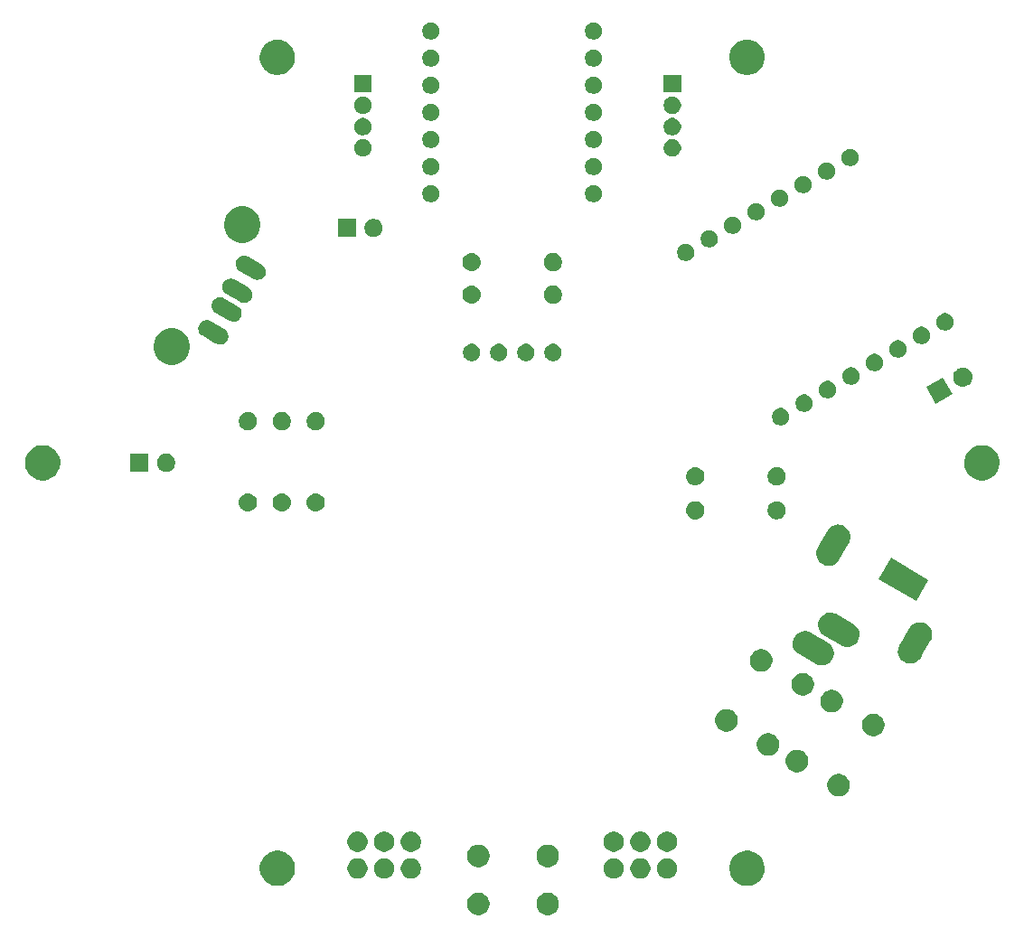
<source format=gbs>
G04 #@! TF.GenerationSoftware,KiCad,Pcbnew,(5.0.2)-1*
G04 #@! TF.CreationDate,2021-09-11T16:33:57+09:00*
G04 #@! TF.ProjectId,Pillar,50696c6c-6172-42e6-9b69-6361645f7063,rev?*
G04 #@! TF.SameCoordinates,Original*
G04 #@! TF.FileFunction,Soldermask,Bot*
G04 #@! TF.FilePolarity,Negative*
%FSLAX46Y46*%
G04 Gerber Fmt 4.6, Leading zero omitted, Abs format (unit mm)*
G04 Created by KiCad (PCBNEW (5.0.2)-1) date 2021/09/11 16:33:57*
%MOMM*%
%LPD*%
G01*
G04 APERTURE LIST*
%ADD10C,0.100000*%
G04 APERTURE END LIST*
D10*
G36*
X133631565Y-145319389D02*
X133822834Y-145398615D01*
X133994976Y-145513637D01*
X134141363Y-145660024D01*
X134256385Y-145832166D01*
X134335611Y-146023435D01*
X134376000Y-146226484D01*
X134376000Y-146433516D01*
X134335611Y-146636565D01*
X134256385Y-146827834D01*
X134141363Y-146999976D01*
X133994976Y-147146363D01*
X133822834Y-147261385D01*
X133631565Y-147340611D01*
X133428516Y-147381000D01*
X133221484Y-147381000D01*
X133018435Y-147340611D01*
X132827166Y-147261385D01*
X132655024Y-147146363D01*
X132508637Y-146999976D01*
X132393615Y-146827834D01*
X132314389Y-146636565D01*
X132274000Y-146433516D01*
X132274000Y-146226484D01*
X132314389Y-146023435D01*
X132393615Y-145832166D01*
X132508637Y-145660024D01*
X132655024Y-145513637D01*
X132827166Y-145398615D01*
X133018435Y-145319389D01*
X133221484Y-145279000D01*
X133428516Y-145279000D01*
X133631565Y-145319389D01*
X133631565Y-145319389D01*
G37*
G36*
X127131565Y-145319389D02*
X127322834Y-145398615D01*
X127494976Y-145513637D01*
X127641363Y-145660024D01*
X127756385Y-145832166D01*
X127835611Y-146023435D01*
X127876000Y-146226484D01*
X127876000Y-146433516D01*
X127835611Y-146636565D01*
X127756385Y-146827834D01*
X127641363Y-146999976D01*
X127494976Y-147146363D01*
X127322834Y-147261385D01*
X127131565Y-147340611D01*
X126928516Y-147381000D01*
X126721484Y-147381000D01*
X126518435Y-147340611D01*
X126327166Y-147261385D01*
X126155024Y-147146363D01*
X126008637Y-146999976D01*
X125893615Y-146827834D01*
X125814389Y-146636565D01*
X125774000Y-146433516D01*
X125774000Y-146226484D01*
X125814389Y-146023435D01*
X125893615Y-145832166D01*
X126008637Y-145660024D01*
X126155024Y-145513637D01*
X126327166Y-145398615D01*
X126518435Y-145319389D01*
X126721484Y-145279000D01*
X126928516Y-145279000D01*
X127131565Y-145319389D01*
X127131565Y-145319389D01*
G37*
G36*
X152375256Y-141391298D02*
X152481579Y-141412447D01*
X152574654Y-141451000D01*
X152749528Y-141523435D01*
X152782042Y-141536903D01*
X153048852Y-141715180D01*
X153052454Y-141717587D01*
X153282413Y-141947546D01*
X153282415Y-141947549D01*
X153463097Y-142217958D01*
X153587553Y-142518421D01*
X153593742Y-142549534D01*
X153651000Y-142837389D01*
X153651000Y-143162611D01*
X153608702Y-143375256D01*
X153587553Y-143481579D01*
X153463097Y-143782042D01*
X153284820Y-144048852D01*
X153282413Y-144052454D01*
X153052454Y-144282413D01*
X153052451Y-144282415D01*
X152782042Y-144463097D01*
X152481579Y-144587553D01*
X152375256Y-144608702D01*
X152162611Y-144651000D01*
X151837389Y-144651000D01*
X151624744Y-144608702D01*
X151518421Y-144587553D01*
X151217958Y-144463097D01*
X150947549Y-144282415D01*
X150947546Y-144282413D01*
X150717587Y-144052454D01*
X150715180Y-144048852D01*
X150536903Y-143782042D01*
X150412447Y-143481579D01*
X150391298Y-143375256D01*
X150349000Y-143162611D01*
X150349000Y-142837389D01*
X150406258Y-142549534D01*
X150412447Y-142518421D01*
X150536903Y-142217958D01*
X150717585Y-141947549D01*
X150717587Y-141947546D01*
X150947546Y-141717587D01*
X150951148Y-141715180D01*
X151217958Y-141536903D01*
X151250473Y-141523435D01*
X151425346Y-141451000D01*
X151518421Y-141412447D01*
X151624744Y-141391298D01*
X151837389Y-141349000D01*
X152162611Y-141349000D01*
X152375256Y-141391298D01*
X152375256Y-141391298D01*
G37*
G36*
X108375256Y-141391298D02*
X108481579Y-141412447D01*
X108574654Y-141451000D01*
X108749528Y-141523435D01*
X108782042Y-141536903D01*
X109048852Y-141715180D01*
X109052454Y-141717587D01*
X109282413Y-141947546D01*
X109282415Y-141947549D01*
X109463097Y-142217958D01*
X109587553Y-142518421D01*
X109593742Y-142549534D01*
X109651000Y-142837389D01*
X109651000Y-143162611D01*
X109608702Y-143375256D01*
X109587553Y-143481579D01*
X109463097Y-143782042D01*
X109284820Y-144048852D01*
X109282413Y-144052454D01*
X109052454Y-144282413D01*
X109052451Y-144282415D01*
X108782042Y-144463097D01*
X108481579Y-144587553D01*
X108375256Y-144608702D01*
X108162611Y-144651000D01*
X107837389Y-144651000D01*
X107624744Y-144608702D01*
X107518421Y-144587553D01*
X107217958Y-144463097D01*
X106947549Y-144282415D01*
X106947546Y-144282413D01*
X106717587Y-144052454D01*
X106715180Y-144048852D01*
X106536903Y-143782042D01*
X106412447Y-143481579D01*
X106391298Y-143375256D01*
X106349000Y-143162611D01*
X106349000Y-142837389D01*
X106406258Y-142549534D01*
X106412447Y-142518421D01*
X106536903Y-142217958D01*
X106717585Y-141947549D01*
X106717587Y-141947546D01*
X106947546Y-141717587D01*
X106951148Y-141715180D01*
X107217958Y-141536903D01*
X107250473Y-141523435D01*
X107425346Y-141451000D01*
X107518421Y-141412447D01*
X107624744Y-141391298D01*
X107837389Y-141349000D01*
X108162611Y-141349000D01*
X108375256Y-141391298D01*
X108375256Y-141391298D01*
G37*
G36*
X118277396Y-142085546D02*
X118450466Y-142157234D01*
X118606230Y-142261312D01*
X118738688Y-142393770D01*
X118842766Y-142549534D01*
X118914454Y-142722604D01*
X118951000Y-142906333D01*
X118951000Y-143093667D01*
X118914454Y-143277396D01*
X118842766Y-143450466D01*
X118738688Y-143606230D01*
X118606230Y-143738688D01*
X118450466Y-143842766D01*
X118277396Y-143914454D01*
X118093667Y-143951000D01*
X117906333Y-143951000D01*
X117722604Y-143914454D01*
X117549534Y-143842766D01*
X117393770Y-143738688D01*
X117261312Y-143606230D01*
X117157234Y-143450466D01*
X117085546Y-143277396D01*
X117049000Y-143093667D01*
X117049000Y-142906333D01*
X117085546Y-142722604D01*
X117157234Y-142549534D01*
X117261312Y-142393770D01*
X117393770Y-142261312D01*
X117549534Y-142157234D01*
X117722604Y-142085546D01*
X117906333Y-142049000D01*
X118093667Y-142049000D01*
X118277396Y-142085546D01*
X118277396Y-142085546D01*
G37*
G36*
X120777396Y-142085546D02*
X120950466Y-142157234D01*
X121106230Y-142261312D01*
X121238688Y-142393770D01*
X121342766Y-142549534D01*
X121414454Y-142722604D01*
X121451000Y-142906333D01*
X121451000Y-143093667D01*
X121414454Y-143277396D01*
X121342766Y-143450466D01*
X121238688Y-143606230D01*
X121106230Y-143738688D01*
X120950466Y-143842766D01*
X120777396Y-143914454D01*
X120593667Y-143951000D01*
X120406333Y-143951000D01*
X120222604Y-143914454D01*
X120049534Y-143842766D01*
X119893770Y-143738688D01*
X119761312Y-143606230D01*
X119657234Y-143450466D01*
X119585546Y-143277396D01*
X119549000Y-143093667D01*
X119549000Y-142906333D01*
X119585546Y-142722604D01*
X119657234Y-142549534D01*
X119761312Y-142393770D01*
X119893770Y-142261312D01*
X120049534Y-142157234D01*
X120222604Y-142085546D01*
X120406333Y-142049000D01*
X120593667Y-142049000D01*
X120777396Y-142085546D01*
X120777396Y-142085546D01*
G37*
G36*
X142277396Y-142085546D02*
X142450466Y-142157234D01*
X142606230Y-142261312D01*
X142738688Y-142393770D01*
X142842766Y-142549534D01*
X142914454Y-142722604D01*
X142951000Y-142906333D01*
X142951000Y-143093667D01*
X142914454Y-143277396D01*
X142842766Y-143450466D01*
X142738688Y-143606230D01*
X142606230Y-143738688D01*
X142450466Y-143842766D01*
X142277396Y-143914454D01*
X142093667Y-143951000D01*
X141906333Y-143951000D01*
X141722604Y-143914454D01*
X141549534Y-143842766D01*
X141393770Y-143738688D01*
X141261312Y-143606230D01*
X141157234Y-143450466D01*
X141085546Y-143277396D01*
X141049000Y-143093667D01*
X141049000Y-142906333D01*
X141085546Y-142722604D01*
X141157234Y-142549534D01*
X141261312Y-142393770D01*
X141393770Y-142261312D01*
X141549534Y-142157234D01*
X141722604Y-142085546D01*
X141906333Y-142049000D01*
X142093667Y-142049000D01*
X142277396Y-142085546D01*
X142277396Y-142085546D01*
G37*
G36*
X139777396Y-142085546D02*
X139950466Y-142157234D01*
X140106230Y-142261312D01*
X140238688Y-142393770D01*
X140342766Y-142549534D01*
X140414454Y-142722604D01*
X140451000Y-142906333D01*
X140451000Y-143093667D01*
X140414454Y-143277396D01*
X140342766Y-143450466D01*
X140238688Y-143606230D01*
X140106230Y-143738688D01*
X139950466Y-143842766D01*
X139777396Y-143914454D01*
X139593667Y-143951000D01*
X139406333Y-143951000D01*
X139222604Y-143914454D01*
X139049534Y-143842766D01*
X138893770Y-143738688D01*
X138761312Y-143606230D01*
X138657234Y-143450466D01*
X138585546Y-143277396D01*
X138549000Y-143093667D01*
X138549000Y-142906333D01*
X138585546Y-142722604D01*
X138657234Y-142549534D01*
X138761312Y-142393770D01*
X138893770Y-142261312D01*
X139049534Y-142157234D01*
X139222604Y-142085546D01*
X139406333Y-142049000D01*
X139593667Y-142049000D01*
X139777396Y-142085546D01*
X139777396Y-142085546D01*
G37*
G36*
X115777396Y-142085546D02*
X115950466Y-142157234D01*
X116106230Y-142261312D01*
X116238688Y-142393770D01*
X116342766Y-142549534D01*
X116414454Y-142722604D01*
X116451000Y-142906333D01*
X116451000Y-143093667D01*
X116414454Y-143277396D01*
X116342766Y-143450466D01*
X116238688Y-143606230D01*
X116106230Y-143738688D01*
X115950466Y-143842766D01*
X115777396Y-143914454D01*
X115593667Y-143951000D01*
X115406333Y-143951000D01*
X115222604Y-143914454D01*
X115049534Y-143842766D01*
X114893770Y-143738688D01*
X114761312Y-143606230D01*
X114657234Y-143450466D01*
X114585546Y-143277396D01*
X114549000Y-143093667D01*
X114549000Y-142906333D01*
X114585546Y-142722604D01*
X114657234Y-142549534D01*
X114761312Y-142393770D01*
X114893770Y-142261312D01*
X115049534Y-142157234D01*
X115222604Y-142085546D01*
X115406333Y-142049000D01*
X115593667Y-142049000D01*
X115777396Y-142085546D01*
X115777396Y-142085546D01*
G37*
G36*
X144777396Y-142085546D02*
X144950466Y-142157234D01*
X145106230Y-142261312D01*
X145238688Y-142393770D01*
X145342766Y-142549534D01*
X145414454Y-142722604D01*
X145451000Y-142906333D01*
X145451000Y-143093667D01*
X145414454Y-143277396D01*
X145342766Y-143450466D01*
X145238688Y-143606230D01*
X145106230Y-143738688D01*
X144950466Y-143842766D01*
X144777396Y-143914454D01*
X144593667Y-143951000D01*
X144406333Y-143951000D01*
X144222604Y-143914454D01*
X144049534Y-143842766D01*
X143893770Y-143738688D01*
X143761312Y-143606230D01*
X143657234Y-143450466D01*
X143585546Y-143277396D01*
X143549000Y-143093667D01*
X143549000Y-142906333D01*
X143585546Y-142722604D01*
X143657234Y-142549534D01*
X143761312Y-142393770D01*
X143893770Y-142261312D01*
X144049534Y-142157234D01*
X144222604Y-142085546D01*
X144406333Y-142049000D01*
X144593667Y-142049000D01*
X144777396Y-142085546D01*
X144777396Y-142085546D01*
G37*
G36*
X127131565Y-140819389D02*
X127322834Y-140898615D01*
X127494976Y-141013637D01*
X127641363Y-141160024D01*
X127756385Y-141332166D01*
X127835611Y-141523435D01*
X127876000Y-141726484D01*
X127876000Y-141933516D01*
X127835611Y-142136565D01*
X127756385Y-142327834D01*
X127641363Y-142499976D01*
X127494976Y-142646363D01*
X127322834Y-142761385D01*
X127131565Y-142840611D01*
X126928516Y-142881000D01*
X126721484Y-142881000D01*
X126518435Y-142840611D01*
X126327166Y-142761385D01*
X126155024Y-142646363D01*
X126008637Y-142499976D01*
X125893615Y-142327834D01*
X125814389Y-142136565D01*
X125774000Y-141933516D01*
X125774000Y-141726484D01*
X125814389Y-141523435D01*
X125893615Y-141332166D01*
X126008637Y-141160024D01*
X126155024Y-141013637D01*
X126327166Y-140898615D01*
X126518435Y-140819389D01*
X126721484Y-140779000D01*
X126928516Y-140779000D01*
X127131565Y-140819389D01*
X127131565Y-140819389D01*
G37*
G36*
X133631565Y-140819389D02*
X133822834Y-140898615D01*
X133994976Y-141013637D01*
X134141363Y-141160024D01*
X134256385Y-141332166D01*
X134335611Y-141523435D01*
X134376000Y-141726484D01*
X134376000Y-141933516D01*
X134335611Y-142136565D01*
X134256385Y-142327834D01*
X134141363Y-142499976D01*
X133994976Y-142646363D01*
X133822834Y-142761385D01*
X133631565Y-142840611D01*
X133428516Y-142881000D01*
X133221484Y-142881000D01*
X133018435Y-142840611D01*
X132827166Y-142761385D01*
X132655024Y-142646363D01*
X132508637Y-142499976D01*
X132393615Y-142327834D01*
X132314389Y-142136565D01*
X132274000Y-141933516D01*
X132274000Y-141726484D01*
X132314389Y-141523435D01*
X132393615Y-141332166D01*
X132508637Y-141160024D01*
X132655024Y-141013637D01*
X132827166Y-140898615D01*
X133018435Y-140819389D01*
X133221484Y-140779000D01*
X133428516Y-140779000D01*
X133631565Y-140819389D01*
X133631565Y-140819389D01*
G37*
G36*
X139777396Y-139585546D02*
X139950466Y-139657234D01*
X140106230Y-139761312D01*
X140238688Y-139893770D01*
X140342766Y-140049534D01*
X140414454Y-140222604D01*
X140451000Y-140406333D01*
X140451000Y-140593667D01*
X140414454Y-140777396D01*
X140342766Y-140950466D01*
X140238688Y-141106230D01*
X140106230Y-141238688D01*
X139950466Y-141342766D01*
X139777396Y-141414454D01*
X139593667Y-141451000D01*
X139406333Y-141451000D01*
X139222604Y-141414454D01*
X139049534Y-141342766D01*
X138893770Y-141238688D01*
X138761312Y-141106230D01*
X138657234Y-140950466D01*
X138585546Y-140777396D01*
X138549000Y-140593667D01*
X138549000Y-140406333D01*
X138585546Y-140222604D01*
X138657234Y-140049534D01*
X138761312Y-139893770D01*
X138893770Y-139761312D01*
X139049534Y-139657234D01*
X139222604Y-139585546D01*
X139406333Y-139549000D01*
X139593667Y-139549000D01*
X139777396Y-139585546D01*
X139777396Y-139585546D01*
G37*
G36*
X115777396Y-139585546D02*
X115950466Y-139657234D01*
X116106230Y-139761312D01*
X116238688Y-139893770D01*
X116342766Y-140049534D01*
X116414454Y-140222604D01*
X116451000Y-140406333D01*
X116451000Y-140593667D01*
X116414454Y-140777396D01*
X116342766Y-140950466D01*
X116238688Y-141106230D01*
X116106230Y-141238688D01*
X115950466Y-141342766D01*
X115777396Y-141414454D01*
X115593667Y-141451000D01*
X115406333Y-141451000D01*
X115222604Y-141414454D01*
X115049534Y-141342766D01*
X114893770Y-141238688D01*
X114761312Y-141106230D01*
X114657234Y-140950466D01*
X114585546Y-140777396D01*
X114549000Y-140593667D01*
X114549000Y-140406333D01*
X114585546Y-140222604D01*
X114657234Y-140049534D01*
X114761312Y-139893770D01*
X114893770Y-139761312D01*
X115049534Y-139657234D01*
X115222604Y-139585546D01*
X115406333Y-139549000D01*
X115593667Y-139549000D01*
X115777396Y-139585546D01*
X115777396Y-139585546D01*
G37*
G36*
X142277396Y-139585546D02*
X142450466Y-139657234D01*
X142606230Y-139761312D01*
X142738688Y-139893770D01*
X142842766Y-140049534D01*
X142914454Y-140222604D01*
X142951000Y-140406333D01*
X142951000Y-140593667D01*
X142914454Y-140777396D01*
X142842766Y-140950466D01*
X142738688Y-141106230D01*
X142606230Y-141238688D01*
X142450466Y-141342766D01*
X142277396Y-141414454D01*
X142093667Y-141451000D01*
X141906333Y-141451000D01*
X141722604Y-141414454D01*
X141549534Y-141342766D01*
X141393770Y-141238688D01*
X141261312Y-141106230D01*
X141157234Y-140950466D01*
X141085546Y-140777396D01*
X141049000Y-140593667D01*
X141049000Y-140406333D01*
X141085546Y-140222604D01*
X141157234Y-140049534D01*
X141261312Y-139893770D01*
X141393770Y-139761312D01*
X141549534Y-139657234D01*
X141722604Y-139585546D01*
X141906333Y-139549000D01*
X142093667Y-139549000D01*
X142277396Y-139585546D01*
X142277396Y-139585546D01*
G37*
G36*
X144777396Y-139585546D02*
X144950466Y-139657234D01*
X145106230Y-139761312D01*
X145238688Y-139893770D01*
X145342766Y-140049534D01*
X145414454Y-140222604D01*
X145451000Y-140406333D01*
X145451000Y-140593667D01*
X145414454Y-140777396D01*
X145342766Y-140950466D01*
X145238688Y-141106230D01*
X145106230Y-141238688D01*
X144950466Y-141342766D01*
X144777396Y-141414454D01*
X144593667Y-141451000D01*
X144406333Y-141451000D01*
X144222604Y-141414454D01*
X144049534Y-141342766D01*
X143893770Y-141238688D01*
X143761312Y-141106230D01*
X143657234Y-140950466D01*
X143585546Y-140777396D01*
X143549000Y-140593667D01*
X143549000Y-140406333D01*
X143585546Y-140222604D01*
X143657234Y-140049534D01*
X143761312Y-139893770D01*
X143893770Y-139761312D01*
X144049534Y-139657234D01*
X144222604Y-139585546D01*
X144406333Y-139549000D01*
X144593667Y-139549000D01*
X144777396Y-139585546D01*
X144777396Y-139585546D01*
G37*
G36*
X118277396Y-139585546D02*
X118450466Y-139657234D01*
X118606230Y-139761312D01*
X118738688Y-139893770D01*
X118842766Y-140049534D01*
X118914454Y-140222604D01*
X118951000Y-140406333D01*
X118951000Y-140593667D01*
X118914454Y-140777396D01*
X118842766Y-140950466D01*
X118738688Y-141106230D01*
X118606230Y-141238688D01*
X118450466Y-141342766D01*
X118277396Y-141414454D01*
X118093667Y-141451000D01*
X117906333Y-141451000D01*
X117722604Y-141414454D01*
X117549534Y-141342766D01*
X117393770Y-141238688D01*
X117261312Y-141106230D01*
X117157234Y-140950466D01*
X117085546Y-140777396D01*
X117049000Y-140593667D01*
X117049000Y-140406333D01*
X117085546Y-140222604D01*
X117157234Y-140049534D01*
X117261312Y-139893770D01*
X117393770Y-139761312D01*
X117549534Y-139657234D01*
X117722604Y-139585546D01*
X117906333Y-139549000D01*
X118093667Y-139549000D01*
X118277396Y-139585546D01*
X118277396Y-139585546D01*
G37*
G36*
X120777396Y-139585546D02*
X120950466Y-139657234D01*
X121106230Y-139761312D01*
X121238688Y-139893770D01*
X121342766Y-140049534D01*
X121414454Y-140222604D01*
X121451000Y-140406333D01*
X121451000Y-140593667D01*
X121414454Y-140777396D01*
X121342766Y-140950466D01*
X121238688Y-141106230D01*
X121106230Y-141238688D01*
X120950466Y-141342766D01*
X120777396Y-141414454D01*
X120593667Y-141451000D01*
X120406333Y-141451000D01*
X120222604Y-141414454D01*
X120049534Y-141342766D01*
X119893770Y-141238688D01*
X119761312Y-141106230D01*
X119657234Y-140950466D01*
X119585546Y-140777396D01*
X119549000Y-140593667D01*
X119549000Y-140406333D01*
X119585546Y-140222604D01*
X119657234Y-140049534D01*
X119761312Y-139893770D01*
X119893770Y-139761312D01*
X120049534Y-139657234D01*
X120222604Y-139585546D01*
X120406333Y-139549000D01*
X120593667Y-139549000D01*
X120777396Y-139585546D01*
X120777396Y-139585546D01*
G37*
G36*
X160873679Y-134179389D02*
X161064948Y-134258615D01*
X161237090Y-134373637D01*
X161383477Y-134520024D01*
X161498499Y-134692166D01*
X161577725Y-134883435D01*
X161618114Y-135086484D01*
X161618114Y-135293516D01*
X161577725Y-135496565D01*
X161498499Y-135687834D01*
X161383477Y-135859976D01*
X161237090Y-136006363D01*
X161064948Y-136121385D01*
X160873679Y-136200611D01*
X160670630Y-136241000D01*
X160463598Y-136241000D01*
X160260549Y-136200611D01*
X160069280Y-136121385D01*
X159897138Y-136006363D01*
X159750751Y-135859976D01*
X159635729Y-135687834D01*
X159556503Y-135496565D01*
X159516114Y-135293516D01*
X159516114Y-135086484D01*
X159556503Y-134883435D01*
X159635729Y-134692166D01*
X159750751Y-134520024D01*
X159897138Y-134373637D01*
X160069280Y-134258615D01*
X160260549Y-134179389D01*
X160463598Y-134139000D01*
X160670630Y-134139000D01*
X160873679Y-134179389D01*
X160873679Y-134179389D01*
G37*
G36*
X156976565Y-131929389D02*
X157167834Y-132008615D01*
X157339976Y-132123637D01*
X157486363Y-132270024D01*
X157601385Y-132442166D01*
X157680611Y-132633435D01*
X157721000Y-132836484D01*
X157721000Y-133043516D01*
X157680611Y-133246565D01*
X157601385Y-133437834D01*
X157486363Y-133609976D01*
X157339976Y-133756363D01*
X157167834Y-133871385D01*
X156976565Y-133950611D01*
X156773516Y-133991000D01*
X156566484Y-133991000D01*
X156363435Y-133950611D01*
X156172166Y-133871385D01*
X156000024Y-133756363D01*
X155853637Y-133609976D01*
X155738615Y-133437834D01*
X155659389Y-133246565D01*
X155619000Y-133043516D01*
X155619000Y-132836484D01*
X155659389Y-132633435D01*
X155738615Y-132442166D01*
X155853637Y-132270024D01*
X156000024Y-132123637D01*
X156172166Y-132008615D01*
X156363435Y-131929389D01*
X156566484Y-131889000D01*
X156773516Y-131889000D01*
X156976565Y-131929389D01*
X156976565Y-131929389D01*
G37*
G36*
X154269679Y-130369389D02*
X154460948Y-130448615D01*
X154633090Y-130563637D01*
X154779477Y-130710024D01*
X154894499Y-130882166D01*
X154973725Y-131073435D01*
X155014114Y-131276484D01*
X155014114Y-131483516D01*
X154973725Y-131686565D01*
X154894499Y-131877834D01*
X154779477Y-132049976D01*
X154633090Y-132196363D01*
X154460948Y-132311385D01*
X154269679Y-132390611D01*
X154066630Y-132431000D01*
X153859598Y-132431000D01*
X153656549Y-132390611D01*
X153465280Y-132311385D01*
X153293138Y-132196363D01*
X153146751Y-132049976D01*
X153031729Y-131877834D01*
X152952503Y-131686565D01*
X152912114Y-131483516D01*
X152912114Y-131276484D01*
X152952503Y-131073435D01*
X153031729Y-130882166D01*
X153146751Y-130710024D01*
X153293138Y-130563637D01*
X153465280Y-130448615D01*
X153656549Y-130369389D01*
X153859598Y-130329000D01*
X154066630Y-130329000D01*
X154269679Y-130369389D01*
X154269679Y-130369389D01*
G37*
G36*
X164123679Y-128550224D02*
X164314948Y-128629450D01*
X164487090Y-128744472D01*
X164633477Y-128890859D01*
X164748499Y-129063001D01*
X164827725Y-129254270D01*
X164868114Y-129457319D01*
X164868114Y-129664351D01*
X164827725Y-129867400D01*
X164748499Y-130058669D01*
X164633477Y-130230811D01*
X164487090Y-130377198D01*
X164314948Y-130492220D01*
X164123679Y-130571446D01*
X163920630Y-130611835D01*
X163713598Y-130611835D01*
X163510549Y-130571446D01*
X163319280Y-130492220D01*
X163147138Y-130377198D01*
X163000751Y-130230811D01*
X162885729Y-130058669D01*
X162806503Y-129867400D01*
X162766114Y-129664351D01*
X162766114Y-129457319D01*
X162806503Y-129254270D01*
X162885729Y-129063001D01*
X163000751Y-128890859D01*
X163147138Y-128744472D01*
X163319280Y-128629450D01*
X163510549Y-128550224D01*
X163713598Y-128509835D01*
X163920630Y-128509835D01*
X164123679Y-128550224D01*
X164123679Y-128550224D01*
G37*
G36*
X150372565Y-128119389D02*
X150563834Y-128198615D01*
X150735976Y-128313637D01*
X150882363Y-128460024D01*
X150997385Y-128632166D01*
X151076611Y-128823435D01*
X151117000Y-129026484D01*
X151117000Y-129233516D01*
X151076611Y-129436565D01*
X150997385Y-129627834D01*
X150882363Y-129799976D01*
X150735976Y-129946363D01*
X150563834Y-130061385D01*
X150372565Y-130140611D01*
X150169516Y-130181000D01*
X149962484Y-130181000D01*
X149759435Y-130140611D01*
X149568166Y-130061385D01*
X149396024Y-129946363D01*
X149249637Y-129799976D01*
X149134615Y-129627834D01*
X149055389Y-129436565D01*
X149015000Y-129233516D01*
X149015000Y-129026484D01*
X149055389Y-128823435D01*
X149134615Y-128632166D01*
X149249637Y-128460024D01*
X149396024Y-128313637D01*
X149568166Y-128198615D01*
X149759435Y-128119389D01*
X149962484Y-128079000D01*
X150169516Y-128079000D01*
X150372565Y-128119389D01*
X150372565Y-128119389D01*
G37*
G36*
X160226565Y-126300224D02*
X160417834Y-126379450D01*
X160589976Y-126494472D01*
X160736363Y-126640859D01*
X160851385Y-126813001D01*
X160930611Y-127004270D01*
X160971000Y-127207319D01*
X160971000Y-127414351D01*
X160930611Y-127617400D01*
X160851385Y-127808669D01*
X160736363Y-127980811D01*
X160589976Y-128127198D01*
X160417834Y-128242220D01*
X160226565Y-128321446D01*
X160023516Y-128361835D01*
X159816484Y-128361835D01*
X159613435Y-128321446D01*
X159422166Y-128242220D01*
X159250024Y-128127198D01*
X159103637Y-127980811D01*
X158988615Y-127808669D01*
X158909389Y-127617400D01*
X158869000Y-127414351D01*
X158869000Y-127207319D01*
X158909389Y-127004270D01*
X158988615Y-126813001D01*
X159103637Y-126640859D01*
X159250024Y-126494472D01*
X159422166Y-126379450D01*
X159613435Y-126300224D01*
X159816484Y-126259835D01*
X160023516Y-126259835D01*
X160226565Y-126300224D01*
X160226565Y-126300224D01*
G37*
G36*
X157519679Y-124740224D02*
X157710948Y-124819450D01*
X157883090Y-124934472D01*
X158029477Y-125080859D01*
X158144499Y-125253001D01*
X158223725Y-125444270D01*
X158264114Y-125647319D01*
X158264114Y-125854351D01*
X158223725Y-126057400D01*
X158144499Y-126248669D01*
X158029477Y-126420811D01*
X157883090Y-126567198D01*
X157710948Y-126682220D01*
X157519679Y-126761446D01*
X157316630Y-126801835D01*
X157109598Y-126801835D01*
X156906549Y-126761446D01*
X156715280Y-126682220D01*
X156543138Y-126567198D01*
X156396751Y-126420811D01*
X156281729Y-126248669D01*
X156202503Y-126057400D01*
X156162114Y-125854351D01*
X156162114Y-125647319D01*
X156202503Y-125444270D01*
X156281729Y-125253001D01*
X156396751Y-125080859D01*
X156543138Y-124934472D01*
X156715280Y-124819450D01*
X156906549Y-124740224D01*
X157109598Y-124699835D01*
X157316630Y-124699835D01*
X157519679Y-124740224D01*
X157519679Y-124740224D01*
G37*
G36*
X153622565Y-122490224D02*
X153813834Y-122569450D01*
X153985976Y-122684472D01*
X154132363Y-122830859D01*
X154247385Y-123003001D01*
X154326611Y-123194270D01*
X154367000Y-123397319D01*
X154367000Y-123604351D01*
X154326611Y-123807400D01*
X154247385Y-123998669D01*
X154132363Y-124170811D01*
X153985976Y-124317198D01*
X153813834Y-124432220D01*
X153622565Y-124511446D01*
X153419516Y-124551835D01*
X153212484Y-124551835D01*
X153009435Y-124511446D01*
X152818166Y-124432220D01*
X152646024Y-124317198D01*
X152499637Y-124170811D01*
X152384615Y-123998669D01*
X152305389Y-123807400D01*
X152265000Y-123604351D01*
X152265000Y-123397319D01*
X152305389Y-123194270D01*
X152384615Y-123003001D01*
X152499637Y-122830859D01*
X152646024Y-122684472D01*
X152818166Y-122569450D01*
X153009435Y-122490224D01*
X153212484Y-122449835D01*
X153419516Y-122449835D01*
X153622565Y-122490224D01*
X153622565Y-122490224D01*
G37*
G36*
X157560997Y-120779889D02*
X157575835Y-120780375D01*
X157678803Y-120804384D01*
X157796638Y-120831859D01*
X157796640Y-120831860D01*
X157951405Y-120901983D01*
X158222215Y-121058335D01*
X159608183Y-121858523D01*
X159645658Y-121885378D01*
X159746297Y-121957493D01*
X159892737Y-122113846D01*
X159901286Y-122122974D01*
X160021015Y-122315512D01*
X160100878Y-122527706D01*
X160137811Y-122751403D01*
X160130393Y-122978007D01*
X160130392Y-122978010D01*
X160078908Y-123198816D01*
X160078907Y-123198818D01*
X159985338Y-123405331D01*
X159944879Y-123461791D01*
X159853273Y-123589627D01*
X159837554Y-123604349D01*
X159687793Y-123744616D01*
X159495255Y-123864345D01*
X159363939Y-123913768D01*
X159283061Y-123944209D01*
X159187061Y-123960058D01*
X159059363Y-123981142D01*
X158854308Y-123974428D01*
X158832756Y-123973723D01*
X158611951Y-123922238D01*
X158611950Y-123922237D01*
X158611948Y-123922237D01*
X158543503Y-123891225D01*
X158457186Y-123852115D01*
X156943193Y-122978010D01*
X156800404Y-122895571D01*
X156662295Y-122796604D01*
X156507305Y-122631123D01*
X156387577Y-122438585D01*
X156307712Y-122226391D01*
X156270780Y-122002694D01*
X156278199Y-121776089D01*
X156329684Y-121555281D01*
X156423254Y-121348767D01*
X156497430Y-121245254D01*
X156555318Y-121164471D01*
X156562972Y-121157302D01*
X156720799Y-121009481D01*
X156913337Y-120889753D01*
X157125531Y-120809888D01*
X157349228Y-120772956D01*
X157560997Y-120779889D01*
X157560997Y-120779889D01*
G37*
G36*
X168122193Y-119940704D02*
X168333457Y-119947620D01*
X168413003Y-119966168D01*
X168554266Y-119999105D01*
X168554268Y-119999106D01*
X168760781Y-120092675D01*
X168799267Y-120120254D01*
X168945077Y-120224740D01*
X169019857Y-120304582D01*
X169100066Y-120390220D01*
X169219795Y-120582758D01*
X169264040Y-120700316D01*
X169299659Y-120794952D01*
X169305752Y-120831859D01*
X169336592Y-121018650D01*
X169331818Y-121164469D01*
X169329173Y-121245257D01*
X169277688Y-121466062D01*
X169207565Y-121620827D01*
X168471591Y-122895571D01*
X168251021Y-123277609D01*
X168152054Y-123415718D01*
X167986573Y-123570708D01*
X167794035Y-123690436D01*
X167581841Y-123770301D01*
X167358144Y-123807233D01*
X167146375Y-123800300D01*
X167131537Y-123799814D01*
X166984334Y-123765491D01*
X166910731Y-123748329D01*
X166704217Y-123654759D01*
X166704215Y-123654758D01*
X166519921Y-123522695D01*
X166519919Y-123522693D01*
X166364931Y-123357214D01*
X166245203Y-123164676D01*
X166165338Y-122952482D01*
X166128406Y-122728785D01*
X166135825Y-122502180D01*
X166138613Y-122490224D01*
X166159834Y-122399210D01*
X166187309Y-122281375D01*
X166231444Y-122183968D01*
X166257433Y-122126608D01*
X166587289Y-121555281D01*
X167213973Y-120469830D01*
X167240828Y-120432355D01*
X167312943Y-120331716D01*
X167478424Y-120176727D01*
X167670962Y-120056998D01*
X167883156Y-119977135D01*
X168106853Y-119940202D01*
X168106855Y-119940202D01*
X168122193Y-119940704D01*
X168122193Y-119940704D01*
G37*
G36*
X159950227Y-119041620D02*
X159965065Y-119042106D01*
X160068033Y-119066115D01*
X160185868Y-119093590D01*
X160185870Y-119093591D01*
X160340635Y-119163714D01*
X160340638Y-119163716D01*
X161997413Y-120120254D01*
X162034888Y-120147109D01*
X162135527Y-120219224D01*
X162290516Y-120384705D01*
X162410245Y-120577243D01*
X162490108Y-120789437D01*
X162527041Y-121013134D01*
X162519623Y-121239738D01*
X162519622Y-121239741D01*
X162468138Y-121460547D01*
X162468137Y-121460549D01*
X162374568Y-121667062D01*
X162334109Y-121723522D01*
X162242503Y-121851358D01*
X162162661Y-121926138D01*
X162077023Y-122006347D01*
X161884485Y-122126076D01*
X161753169Y-122175499D01*
X161672291Y-122205940D01*
X161576291Y-122221789D01*
X161448593Y-122242873D01*
X161243538Y-122236159D01*
X161221986Y-122235454D01*
X161001181Y-122183969D01*
X161001180Y-122183968D01*
X161001178Y-122183968D01*
X160932733Y-122152956D01*
X160846416Y-122113846D01*
X159341977Y-121245257D01*
X159189634Y-121157302D01*
X159051525Y-121058335D01*
X158896535Y-120892854D01*
X158776807Y-120700316D01*
X158696942Y-120488122D01*
X158660010Y-120264425D01*
X158667429Y-120037820D01*
X158676456Y-119999106D01*
X158718914Y-119817013D01*
X158812485Y-119610496D01*
X158944548Y-119426202D01*
X158944550Y-119426200D01*
X159110029Y-119271212D01*
X159302567Y-119151484D01*
X159514761Y-119071619D01*
X159738458Y-119034687D01*
X159950227Y-119041620D01*
X159950227Y-119041620D01*
G37*
G36*
X169006718Y-115968705D02*
X167855718Y-117962295D01*
X164303282Y-115911295D01*
X165454282Y-113917705D01*
X169006718Y-115968705D01*
X169006718Y-115968705D01*
G37*
G36*
X160472709Y-110790000D02*
X160683973Y-110796916D01*
X160763519Y-110815464D01*
X160904782Y-110848401D01*
X160904784Y-110848402D01*
X161111297Y-110941971D01*
X161167757Y-110982430D01*
X161295593Y-111074036D01*
X161370373Y-111153878D01*
X161450582Y-111239516D01*
X161570311Y-111432054D01*
X161619734Y-111563370D01*
X161650175Y-111644248D01*
X161666024Y-111740248D01*
X161687108Y-111867946D01*
X161680394Y-112073001D01*
X161679689Y-112094553D01*
X161628204Y-112315358D01*
X161558081Y-112470123D01*
X161266068Y-112975904D01*
X160601537Y-114126905D01*
X160502570Y-114265014D01*
X160337089Y-114420004D01*
X160144551Y-114539732D01*
X159932357Y-114619597D01*
X159708660Y-114656529D01*
X159496891Y-114649596D01*
X159482053Y-114649110D01*
X159334850Y-114614787D01*
X159261247Y-114597625D01*
X159054733Y-114504055D01*
X159054731Y-114504054D01*
X158870437Y-114371991D01*
X158870435Y-114371989D01*
X158715447Y-114206510D01*
X158595719Y-114013972D01*
X158515854Y-113801778D01*
X158478922Y-113578081D01*
X158486341Y-113351476D01*
X158537825Y-113130671D01*
X158546781Y-113110904D01*
X158607949Y-112975904D01*
X158899962Y-112470122D01*
X159564489Y-111319126D01*
X159591344Y-111281651D01*
X159663459Y-111181012D01*
X159828940Y-111026023D01*
X160021478Y-110906294D01*
X160233672Y-110826431D01*
X160457369Y-110789498D01*
X160457371Y-110789498D01*
X160472709Y-110790000D01*
X160472709Y-110790000D01*
G37*
G36*
X147311821Y-108606313D02*
X147311824Y-108606314D01*
X147311825Y-108606314D01*
X147472239Y-108654975D01*
X147472241Y-108654976D01*
X147472244Y-108654977D01*
X147620078Y-108733995D01*
X147749659Y-108840341D01*
X147856005Y-108969922D01*
X147935023Y-109117756D01*
X147935024Y-109117759D01*
X147935025Y-109117761D01*
X147983686Y-109278175D01*
X147983687Y-109278179D01*
X148000117Y-109445000D01*
X147983687Y-109611821D01*
X147983686Y-109611824D01*
X147983686Y-109611825D01*
X147958993Y-109693228D01*
X147935023Y-109772244D01*
X147856005Y-109920078D01*
X147749659Y-110049659D01*
X147620078Y-110156005D01*
X147472244Y-110235023D01*
X147472241Y-110235024D01*
X147472239Y-110235025D01*
X147311825Y-110283686D01*
X147311824Y-110283686D01*
X147311821Y-110283687D01*
X147186804Y-110296000D01*
X147103196Y-110296000D01*
X146978179Y-110283687D01*
X146978176Y-110283686D01*
X146978175Y-110283686D01*
X146817761Y-110235025D01*
X146817759Y-110235024D01*
X146817756Y-110235023D01*
X146669922Y-110156005D01*
X146540341Y-110049659D01*
X146433995Y-109920078D01*
X146354977Y-109772244D01*
X146331008Y-109693228D01*
X146306314Y-109611825D01*
X146306314Y-109611824D01*
X146306313Y-109611821D01*
X146289883Y-109445000D01*
X146306313Y-109278179D01*
X146306314Y-109278175D01*
X146354975Y-109117761D01*
X146354976Y-109117759D01*
X146354977Y-109117756D01*
X146433995Y-108969922D01*
X146540341Y-108840341D01*
X146669922Y-108733995D01*
X146817756Y-108654977D01*
X146817759Y-108654976D01*
X146817761Y-108654975D01*
X146978175Y-108606314D01*
X146978176Y-108606314D01*
X146978179Y-108606313D01*
X147103196Y-108594000D01*
X147186804Y-108594000D01*
X147311821Y-108606313D01*
X147311821Y-108606313D01*
G37*
G36*
X155013228Y-108626703D02*
X155168100Y-108690853D01*
X155307481Y-108783985D01*
X155426015Y-108902519D01*
X155519147Y-109041900D01*
X155583297Y-109196772D01*
X155616000Y-109361184D01*
X155616000Y-109528816D01*
X155583297Y-109693228D01*
X155519147Y-109848100D01*
X155426015Y-109987481D01*
X155307481Y-110106015D01*
X155168100Y-110199147D01*
X155013228Y-110263297D01*
X154848816Y-110296000D01*
X154681184Y-110296000D01*
X154516772Y-110263297D01*
X154361900Y-110199147D01*
X154222519Y-110106015D01*
X154103985Y-109987481D01*
X154010853Y-109848100D01*
X153946703Y-109693228D01*
X153914000Y-109528816D01*
X153914000Y-109361184D01*
X153946703Y-109196772D01*
X154010853Y-109041900D01*
X154103985Y-108902519D01*
X154222519Y-108783985D01*
X154361900Y-108690853D01*
X154516772Y-108626703D01*
X154681184Y-108594000D01*
X154848816Y-108594000D01*
X155013228Y-108626703D01*
X155013228Y-108626703D01*
G37*
G36*
X111751821Y-107875370D02*
X111751824Y-107875371D01*
X111751825Y-107875371D01*
X111912239Y-107924032D01*
X111912241Y-107924033D01*
X111912244Y-107924034D01*
X112060078Y-108003052D01*
X112189659Y-108109398D01*
X112296005Y-108238979D01*
X112375023Y-108386813D01*
X112423687Y-108547236D01*
X112440117Y-108714057D01*
X112423687Y-108880878D01*
X112375023Y-109041301D01*
X112296005Y-109189135D01*
X112189659Y-109318716D01*
X112060078Y-109425062D01*
X111912244Y-109504080D01*
X111912241Y-109504081D01*
X111912239Y-109504082D01*
X111751825Y-109552743D01*
X111751824Y-109552743D01*
X111751821Y-109552744D01*
X111626804Y-109565057D01*
X111543196Y-109565057D01*
X111418179Y-109552744D01*
X111418176Y-109552743D01*
X111418175Y-109552743D01*
X111257761Y-109504082D01*
X111257759Y-109504081D01*
X111257756Y-109504080D01*
X111109922Y-109425062D01*
X110980341Y-109318716D01*
X110873995Y-109189135D01*
X110794977Y-109041301D01*
X110746313Y-108880878D01*
X110729883Y-108714057D01*
X110746313Y-108547236D01*
X110794977Y-108386813D01*
X110873995Y-108238979D01*
X110980341Y-108109398D01*
X111109922Y-108003052D01*
X111257756Y-107924034D01*
X111257759Y-107924033D01*
X111257761Y-107924032D01*
X111418175Y-107875371D01*
X111418176Y-107875371D01*
X111418179Y-107875370D01*
X111543196Y-107863057D01*
X111626804Y-107863057D01*
X111751821Y-107875370D01*
X111751821Y-107875370D01*
G37*
G36*
X108576821Y-107875370D02*
X108576824Y-107875371D01*
X108576825Y-107875371D01*
X108737239Y-107924032D01*
X108737241Y-107924033D01*
X108737244Y-107924034D01*
X108885078Y-108003052D01*
X109014659Y-108109398D01*
X109121005Y-108238979D01*
X109200023Y-108386813D01*
X109248687Y-108547236D01*
X109265117Y-108714057D01*
X109248687Y-108880878D01*
X109200023Y-109041301D01*
X109121005Y-109189135D01*
X109014659Y-109318716D01*
X108885078Y-109425062D01*
X108737244Y-109504080D01*
X108737241Y-109504081D01*
X108737239Y-109504082D01*
X108576825Y-109552743D01*
X108576824Y-109552743D01*
X108576821Y-109552744D01*
X108451804Y-109565057D01*
X108368196Y-109565057D01*
X108243179Y-109552744D01*
X108243176Y-109552743D01*
X108243175Y-109552743D01*
X108082761Y-109504082D01*
X108082759Y-109504081D01*
X108082756Y-109504080D01*
X107934922Y-109425062D01*
X107805341Y-109318716D01*
X107698995Y-109189135D01*
X107619977Y-109041301D01*
X107571313Y-108880878D01*
X107554883Y-108714057D01*
X107571313Y-108547236D01*
X107619977Y-108386813D01*
X107698995Y-108238979D01*
X107805341Y-108109398D01*
X107934922Y-108003052D01*
X108082756Y-107924034D01*
X108082759Y-107924033D01*
X108082761Y-107924032D01*
X108243175Y-107875371D01*
X108243176Y-107875371D01*
X108243179Y-107875370D01*
X108368196Y-107863057D01*
X108451804Y-107863057D01*
X108576821Y-107875370D01*
X108576821Y-107875370D01*
G37*
G36*
X105401821Y-107875370D02*
X105401824Y-107875371D01*
X105401825Y-107875371D01*
X105562239Y-107924032D01*
X105562241Y-107924033D01*
X105562244Y-107924034D01*
X105710078Y-108003052D01*
X105839659Y-108109398D01*
X105946005Y-108238979D01*
X106025023Y-108386813D01*
X106073687Y-108547236D01*
X106090117Y-108714057D01*
X106073687Y-108880878D01*
X106025023Y-109041301D01*
X105946005Y-109189135D01*
X105839659Y-109318716D01*
X105710078Y-109425062D01*
X105562244Y-109504080D01*
X105562241Y-109504081D01*
X105562239Y-109504082D01*
X105401825Y-109552743D01*
X105401824Y-109552743D01*
X105401821Y-109552744D01*
X105276804Y-109565057D01*
X105193196Y-109565057D01*
X105068179Y-109552744D01*
X105068176Y-109552743D01*
X105068175Y-109552743D01*
X104907761Y-109504082D01*
X104907759Y-109504081D01*
X104907756Y-109504080D01*
X104759922Y-109425062D01*
X104630341Y-109318716D01*
X104523995Y-109189135D01*
X104444977Y-109041301D01*
X104396313Y-108880878D01*
X104379883Y-108714057D01*
X104396313Y-108547236D01*
X104444977Y-108386813D01*
X104523995Y-108238979D01*
X104630341Y-108109398D01*
X104759922Y-108003052D01*
X104907756Y-107924034D01*
X104907759Y-107924033D01*
X104907761Y-107924032D01*
X105068175Y-107875371D01*
X105068176Y-107875371D01*
X105068179Y-107875370D01*
X105193196Y-107863057D01*
X105276804Y-107863057D01*
X105401821Y-107875370D01*
X105401821Y-107875370D01*
G37*
G36*
X155013228Y-105451703D02*
X155168100Y-105515853D01*
X155307481Y-105608985D01*
X155426015Y-105727519D01*
X155519147Y-105866900D01*
X155583297Y-106021772D01*
X155616000Y-106186184D01*
X155616000Y-106353816D01*
X155583297Y-106518228D01*
X155519147Y-106673100D01*
X155426015Y-106812481D01*
X155307481Y-106931015D01*
X155168100Y-107024147D01*
X155013228Y-107088297D01*
X154848816Y-107121000D01*
X154681184Y-107121000D01*
X154516772Y-107088297D01*
X154361900Y-107024147D01*
X154222519Y-106931015D01*
X154103985Y-106812481D01*
X154010853Y-106673100D01*
X153946703Y-106518228D01*
X153914000Y-106353816D01*
X153914000Y-106186184D01*
X153946703Y-106021772D01*
X154010853Y-105866900D01*
X154103985Y-105727519D01*
X154222519Y-105608985D01*
X154361900Y-105515853D01*
X154516772Y-105451703D01*
X154681184Y-105419000D01*
X154848816Y-105419000D01*
X155013228Y-105451703D01*
X155013228Y-105451703D01*
G37*
G36*
X147311821Y-105431313D02*
X147311824Y-105431314D01*
X147311825Y-105431314D01*
X147472239Y-105479975D01*
X147472241Y-105479976D01*
X147472244Y-105479977D01*
X147620078Y-105558995D01*
X147749659Y-105665341D01*
X147856005Y-105794922D01*
X147935023Y-105942756D01*
X147935024Y-105942759D01*
X147935025Y-105942761D01*
X147968299Y-106052451D01*
X147983687Y-106103179D01*
X148000117Y-106270000D01*
X147983687Y-106436821D01*
X147983686Y-106436824D01*
X147983686Y-106436825D01*
X147958993Y-106518228D01*
X147935023Y-106597244D01*
X147856005Y-106745078D01*
X147749659Y-106874659D01*
X147620078Y-106981005D01*
X147472244Y-107060023D01*
X147472241Y-107060024D01*
X147472239Y-107060025D01*
X147311825Y-107108686D01*
X147311824Y-107108686D01*
X147311821Y-107108687D01*
X147186804Y-107121000D01*
X147103196Y-107121000D01*
X146978179Y-107108687D01*
X146978176Y-107108686D01*
X146978175Y-107108686D01*
X146817761Y-107060025D01*
X146817759Y-107060024D01*
X146817756Y-107060023D01*
X146669922Y-106981005D01*
X146540341Y-106874659D01*
X146433995Y-106745078D01*
X146354977Y-106597244D01*
X146331008Y-106518228D01*
X146306314Y-106436825D01*
X146306314Y-106436824D01*
X146306313Y-106436821D01*
X146289883Y-106270000D01*
X146306313Y-106103179D01*
X146321701Y-106052451D01*
X146354975Y-105942761D01*
X146354976Y-105942759D01*
X146354977Y-105942756D01*
X146433995Y-105794922D01*
X146540341Y-105665341D01*
X146669922Y-105558995D01*
X146817756Y-105479977D01*
X146817759Y-105479976D01*
X146817761Y-105479975D01*
X146978175Y-105431314D01*
X146978176Y-105431314D01*
X146978179Y-105431313D01*
X147103196Y-105419000D01*
X147186804Y-105419000D01*
X147311821Y-105431313D01*
X147311821Y-105431313D01*
G37*
G36*
X174375256Y-103391298D02*
X174481579Y-103412447D01*
X174782042Y-103536903D01*
X175048852Y-103715180D01*
X175052454Y-103717587D01*
X175282413Y-103947546D01*
X175282415Y-103947549D01*
X175463097Y-104217958D01*
X175562327Y-104457519D01*
X175587553Y-104518422D01*
X175651000Y-104837389D01*
X175651000Y-105162611D01*
X175608702Y-105375256D01*
X175587553Y-105481579D01*
X175463097Y-105782042D01*
X175355711Y-105942756D01*
X175282413Y-106052454D01*
X175052454Y-106282413D01*
X175052451Y-106282415D01*
X174782042Y-106463097D01*
X174481579Y-106587553D01*
X174375256Y-106608702D01*
X174162611Y-106651000D01*
X173837389Y-106651000D01*
X173624744Y-106608702D01*
X173518421Y-106587553D01*
X173217958Y-106463097D01*
X172947549Y-106282415D01*
X172947546Y-106282413D01*
X172717587Y-106052454D01*
X172644289Y-105942756D01*
X172536903Y-105782042D01*
X172412447Y-105481579D01*
X172391298Y-105375256D01*
X172349000Y-105162611D01*
X172349000Y-104837389D01*
X172412447Y-104518422D01*
X172437674Y-104457519D01*
X172536903Y-104217958D01*
X172717585Y-103947549D01*
X172717587Y-103947546D01*
X172947546Y-103717587D01*
X172951148Y-103715180D01*
X173217958Y-103536903D01*
X173518421Y-103412447D01*
X173624744Y-103391298D01*
X173837389Y-103349000D01*
X174162611Y-103349000D01*
X174375256Y-103391298D01*
X174375256Y-103391298D01*
G37*
G36*
X86375256Y-103391298D02*
X86481579Y-103412447D01*
X86782042Y-103536903D01*
X87048852Y-103715180D01*
X87052454Y-103717587D01*
X87282413Y-103947546D01*
X87282415Y-103947549D01*
X87463097Y-104217958D01*
X87562327Y-104457519D01*
X87587553Y-104518422D01*
X87651000Y-104837389D01*
X87651000Y-105162611D01*
X87608702Y-105375256D01*
X87587553Y-105481579D01*
X87463097Y-105782042D01*
X87355711Y-105942756D01*
X87282413Y-106052454D01*
X87052454Y-106282413D01*
X87052451Y-106282415D01*
X86782042Y-106463097D01*
X86481579Y-106587553D01*
X86375256Y-106608702D01*
X86162611Y-106651000D01*
X85837389Y-106651000D01*
X85624744Y-106608702D01*
X85518421Y-106587553D01*
X85217958Y-106463097D01*
X84947549Y-106282415D01*
X84947546Y-106282413D01*
X84717587Y-106052454D01*
X84644289Y-105942756D01*
X84536903Y-105782042D01*
X84412447Y-105481579D01*
X84391298Y-105375256D01*
X84349000Y-105162611D01*
X84349000Y-104837389D01*
X84412447Y-104518422D01*
X84437674Y-104457519D01*
X84536903Y-104217958D01*
X84717585Y-103947549D01*
X84717587Y-103947546D01*
X84947546Y-103717587D01*
X84951148Y-103715180D01*
X85217958Y-103536903D01*
X85518421Y-103412447D01*
X85624744Y-103391298D01*
X85837389Y-103349000D01*
X86162611Y-103349000D01*
X86375256Y-103391298D01*
X86375256Y-103391298D01*
G37*
G36*
X95926000Y-105851000D02*
X94224000Y-105851000D01*
X94224000Y-104149000D01*
X95926000Y-104149000D01*
X95926000Y-105851000D01*
X95926000Y-105851000D01*
G37*
G36*
X97823228Y-104181703D02*
X97978100Y-104245853D01*
X98117481Y-104338985D01*
X98236015Y-104457519D01*
X98329147Y-104596900D01*
X98393297Y-104751772D01*
X98426000Y-104916184D01*
X98426000Y-105083816D01*
X98393297Y-105248228D01*
X98329147Y-105403100D01*
X98236015Y-105542481D01*
X98117481Y-105661015D01*
X97978100Y-105754147D01*
X97823228Y-105818297D01*
X97658816Y-105851000D01*
X97491184Y-105851000D01*
X97326772Y-105818297D01*
X97171900Y-105754147D01*
X97032519Y-105661015D01*
X96913985Y-105542481D01*
X96820853Y-105403100D01*
X96756703Y-105248228D01*
X96724000Y-105083816D01*
X96724000Y-104916184D01*
X96756703Y-104751772D01*
X96820853Y-104596900D01*
X96913985Y-104457519D01*
X97032519Y-104338985D01*
X97171900Y-104245853D01*
X97326772Y-104181703D01*
X97491184Y-104149000D01*
X97658816Y-104149000D01*
X97823228Y-104181703D01*
X97823228Y-104181703D01*
G37*
G36*
X111833228Y-100275760D02*
X111988100Y-100339910D01*
X112127481Y-100433042D01*
X112246015Y-100551576D01*
X112339147Y-100690957D01*
X112403297Y-100845829D01*
X112436000Y-101010241D01*
X112436000Y-101177873D01*
X112403297Y-101342285D01*
X112339147Y-101497157D01*
X112246015Y-101636538D01*
X112127481Y-101755072D01*
X111988100Y-101848204D01*
X111833228Y-101912354D01*
X111668816Y-101945057D01*
X111501184Y-101945057D01*
X111336772Y-101912354D01*
X111181900Y-101848204D01*
X111042519Y-101755072D01*
X110923985Y-101636538D01*
X110830853Y-101497157D01*
X110766703Y-101342285D01*
X110734000Y-101177873D01*
X110734000Y-101010241D01*
X110766703Y-100845829D01*
X110830853Y-100690957D01*
X110923985Y-100551576D01*
X111042519Y-100433042D01*
X111181900Y-100339910D01*
X111336772Y-100275760D01*
X111501184Y-100243057D01*
X111668816Y-100243057D01*
X111833228Y-100275760D01*
X111833228Y-100275760D01*
G37*
G36*
X105483228Y-100275760D02*
X105638100Y-100339910D01*
X105777481Y-100433042D01*
X105896015Y-100551576D01*
X105989147Y-100690957D01*
X106053297Y-100845829D01*
X106086000Y-101010241D01*
X106086000Y-101177873D01*
X106053297Y-101342285D01*
X105989147Y-101497157D01*
X105896015Y-101636538D01*
X105777481Y-101755072D01*
X105638100Y-101848204D01*
X105483228Y-101912354D01*
X105318816Y-101945057D01*
X105151184Y-101945057D01*
X104986772Y-101912354D01*
X104831900Y-101848204D01*
X104692519Y-101755072D01*
X104573985Y-101636538D01*
X104480853Y-101497157D01*
X104416703Y-101342285D01*
X104384000Y-101177873D01*
X104384000Y-101010241D01*
X104416703Y-100845829D01*
X104480853Y-100690957D01*
X104573985Y-100551576D01*
X104692519Y-100433042D01*
X104831900Y-100339910D01*
X104986772Y-100275760D01*
X105151184Y-100243057D01*
X105318816Y-100243057D01*
X105483228Y-100275760D01*
X105483228Y-100275760D01*
G37*
G36*
X108658228Y-100275760D02*
X108813100Y-100339910D01*
X108952481Y-100433042D01*
X109071015Y-100551576D01*
X109164147Y-100690957D01*
X109228297Y-100845829D01*
X109261000Y-101010241D01*
X109261000Y-101177873D01*
X109228297Y-101342285D01*
X109164147Y-101497157D01*
X109071015Y-101636538D01*
X108952481Y-101755072D01*
X108813100Y-101848204D01*
X108658228Y-101912354D01*
X108493816Y-101945057D01*
X108326184Y-101945057D01*
X108161772Y-101912354D01*
X108006900Y-101848204D01*
X107867519Y-101755072D01*
X107748985Y-101636538D01*
X107655853Y-101497157D01*
X107591703Y-101342285D01*
X107559000Y-101177873D01*
X107559000Y-101010241D01*
X107591703Y-100845829D01*
X107655853Y-100690957D01*
X107748985Y-100551576D01*
X107867519Y-100433042D01*
X108006900Y-100339910D01*
X108161772Y-100275760D01*
X108326184Y-100243057D01*
X108493816Y-100243057D01*
X108658228Y-100275760D01*
X108658228Y-100275760D01*
G37*
G36*
X155381847Y-99897208D02*
X155529807Y-99958496D01*
X155596835Y-100003283D01*
X155662962Y-100047467D01*
X155776204Y-100160709D01*
X155796259Y-100190724D01*
X155865175Y-100293864D01*
X155926463Y-100441824D01*
X155957705Y-100598891D01*
X155957705Y-100759041D01*
X155926463Y-100916108D01*
X155865175Y-101064068D01*
X155776203Y-101197224D01*
X155662963Y-101310464D01*
X155529807Y-101399436D01*
X155381847Y-101460724D01*
X155224780Y-101491966D01*
X155064630Y-101491966D01*
X154907563Y-101460724D01*
X154759603Y-101399436D01*
X154626447Y-101310464D01*
X154513207Y-101197224D01*
X154424235Y-101064068D01*
X154362947Y-100916108D01*
X154331705Y-100759041D01*
X154331705Y-100598891D01*
X154362947Y-100441824D01*
X154424235Y-100293864D01*
X154493151Y-100190724D01*
X154513206Y-100160709D01*
X154626448Y-100047467D01*
X154692575Y-100003283D01*
X154759603Y-99958496D01*
X154907563Y-99897208D01*
X155064630Y-99865966D01*
X155224780Y-99865966D01*
X155381847Y-99897208D01*
X155381847Y-99897208D01*
G37*
G36*
X157581551Y-98627208D02*
X157729511Y-98688496D01*
X157796539Y-98733283D01*
X157862666Y-98777467D01*
X157975908Y-98890709D01*
X157995963Y-98920724D01*
X158064879Y-99023864D01*
X158126167Y-99171824D01*
X158157409Y-99328891D01*
X158157409Y-99489041D01*
X158126167Y-99646108D01*
X158078763Y-99760549D01*
X158064880Y-99794066D01*
X157975908Y-99927223D01*
X157862666Y-100040465D01*
X157852185Y-100047468D01*
X157729511Y-100129436D01*
X157581551Y-100190724D01*
X157424484Y-100221966D01*
X157264334Y-100221966D01*
X157107267Y-100190724D01*
X156959307Y-100129436D01*
X156836633Y-100047468D01*
X156826152Y-100040465D01*
X156712910Y-99927223D01*
X156623938Y-99794066D01*
X156610055Y-99760549D01*
X156562651Y-99646108D01*
X156531409Y-99489041D01*
X156531409Y-99328891D01*
X156562651Y-99171824D01*
X156623939Y-99023864D01*
X156692855Y-98920724D01*
X156712910Y-98890709D01*
X156826152Y-98777467D01*
X156892279Y-98733283D01*
X156959307Y-98688496D01*
X157107267Y-98627208D01*
X157264334Y-98595966D01*
X157424484Y-98595966D01*
X157581551Y-98627208D01*
X157581551Y-98627208D01*
G37*
G36*
X171230789Y-98579789D02*
X169670211Y-99480789D01*
X168769211Y-97920211D01*
X170329789Y-97019211D01*
X171230789Y-98579789D01*
X171230789Y-98579789D01*
G37*
G36*
X159781256Y-97357208D02*
X159929216Y-97418496D01*
X159996244Y-97463283D01*
X160062371Y-97507467D01*
X160175613Y-97620709D01*
X160195668Y-97650724D01*
X160264584Y-97753864D01*
X160325872Y-97901824D01*
X160357114Y-98058891D01*
X160357114Y-98219041D01*
X160325872Y-98376108D01*
X160278468Y-98490549D01*
X160264585Y-98524066D01*
X160175613Y-98657223D01*
X160062371Y-98770465D01*
X160051890Y-98777468D01*
X159929216Y-98859436D01*
X159781256Y-98920724D01*
X159624189Y-98951966D01*
X159464039Y-98951966D01*
X159306972Y-98920724D01*
X159159012Y-98859436D01*
X159036338Y-98777468D01*
X159025857Y-98770465D01*
X158912615Y-98657223D01*
X158823643Y-98524066D01*
X158809760Y-98490549D01*
X158762356Y-98376108D01*
X158731114Y-98219041D01*
X158731114Y-98058891D01*
X158762356Y-97901824D01*
X158823644Y-97753864D01*
X158892560Y-97650724D01*
X158912615Y-97620709D01*
X159025857Y-97507467D01*
X159091984Y-97463283D01*
X159159012Y-97418496D01*
X159306972Y-97357208D01*
X159464039Y-97325966D01*
X159624189Y-97325966D01*
X159781256Y-97357208D01*
X159781256Y-97357208D01*
G37*
G36*
X172310148Y-96085519D02*
X172376332Y-96092037D01*
X172489558Y-96126384D01*
X172546172Y-96143557D01*
X172684792Y-96217652D01*
X172702696Y-96227222D01*
X172738434Y-96256552D01*
X172839891Y-96339814D01*
X172923153Y-96441271D01*
X172952483Y-96477009D01*
X172952484Y-96477011D01*
X173036148Y-96633533D01*
X173036148Y-96633534D01*
X173087668Y-96803373D01*
X173105064Y-96980000D01*
X173087668Y-97156627D01*
X173058110Y-97254066D01*
X173036148Y-97326467D01*
X173003672Y-97387224D01*
X172952483Y-97482991D01*
X172938143Y-97500464D01*
X172839891Y-97620186D01*
X172738434Y-97703448D01*
X172702696Y-97732778D01*
X172702694Y-97732779D01*
X172546172Y-97816443D01*
X172489558Y-97833616D01*
X172376332Y-97867963D01*
X172310148Y-97874481D01*
X172243965Y-97881000D01*
X172155445Y-97881000D01*
X172089263Y-97874482D01*
X172023078Y-97867963D01*
X171909852Y-97833616D01*
X171853238Y-97816443D01*
X171696716Y-97732779D01*
X171696714Y-97732778D01*
X171660976Y-97703448D01*
X171559519Y-97620186D01*
X171461267Y-97500464D01*
X171446927Y-97482991D01*
X171395738Y-97387224D01*
X171363262Y-97326467D01*
X171341300Y-97254066D01*
X171311742Y-97156627D01*
X171294346Y-96980000D01*
X171311742Y-96803373D01*
X171363262Y-96633534D01*
X171363262Y-96633533D01*
X171446926Y-96477011D01*
X171446927Y-96477009D01*
X171476257Y-96441271D01*
X171559519Y-96339814D01*
X171660976Y-96256552D01*
X171696714Y-96227222D01*
X171714618Y-96217652D01*
X171853238Y-96143557D01*
X171909852Y-96126384D01*
X172023078Y-96092037D01*
X172089262Y-96085519D01*
X172155445Y-96079000D01*
X172243965Y-96079000D01*
X172310148Y-96085519D01*
X172310148Y-96085519D01*
G37*
G36*
X161980960Y-96087208D02*
X162095401Y-96134612D01*
X162116997Y-96143557D01*
X162128920Y-96148496D01*
X162195948Y-96193283D01*
X162262075Y-96237467D01*
X162375317Y-96350709D01*
X162395372Y-96380724D01*
X162464288Y-96483864D01*
X162525576Y-96631824D01*
X162556818Y-96788891D01*
X162556818Y-96949041D01*
X162525576Y-97106108D01*
X162504651Y-97156625D01*
X162464289Y-97254066D01*
X162375317Y-97387223D01*
X162262075Y-97500465D01*
X162251594Y-97507468D01*
X162128920Y-97589436D01*
X161980960Y-97650724D01*
X161823893Y-97681966D01*
X161663743Y-97681966D01*
X161506676Y-97650724D01*
X161358716Y-97589436D01*
X161236042Y-97507468D01*
X161225561Y-97500465D01*
X161112319Y-97387223D01*
X161023347Y-97254066D01*
X160982985Y-97156625D01*
X160962060Y-97106108D01*
X160930818Y-96949041D01*
X160930818Y-96788891D01*
X160962060Y-96631824D01*
X161023348Y-96483864D01*
X161092264Y-96380724D01*
X161112319Y-96350709D01*
X161225561Y-96237467D01*
X161291688Y-96193283D01*
X161358716Y-96148496D01*
X161370640Y-96143557D01*
X161392235Y-96134612D01*
X161506676Y-96087208D01*
X161663743Y-96055966D01*
X161823893Y-96055966D01*
X161980960Y-96087208D01*
X161980960Y-96087208D01*
G37*
G36*
X164180665Y-94817208D02*
X164328625Y-94878496D01*
X164395653Y-94923283D01*
X164461780Y-94967467D01*
X164575022Y-95080709D01*
X164595077Y-95110724D01*
X164663993Y-95213864D01*
X164725281Y-95361824D01*
X164756523Y-95518891D01*
X164756523Y-95679041D01*
X164725281Y-95836108D01*
X164677877Y-95950549D01*
X164663994Y-95984066D01*
X164575022Y-96117223D01*
X164461780Y-96230465D01*
X164451299Y-96237468D01*
X164328625Y-96319436D01*
X164180665Y-96380724D01*
X164023598Y-96411966D01*
X163863448Y-96411966D01*
X163706381Y-96380724D01*
X163558421Y-96319436D01*
X163435747Y-96237468D01*
X163425266Y-96230465D01*
X163312024Y-96117223D01*
X163223052Y-95984066D01*
X163209169Y-95950549D01*
X163161765Y-95836108D01*
X163130523Y-95679041D01*
X163130523Y-95518891D01*
X163161765Y-95361824D01*
X163223053Y-95213864D01*
X163291969Y-95110724D01*
X163312024Y-95080709D01*
X163425266Y-94967467D01*
X163491393Y-94923283D01*
X163558421Y-94878496D01*
X163706381Y-94817208D01*
X163863448Y-94785966D01*
X164023598Y-94785966D01*
X164180665Y-94817208D01*
X164180665Y-94817208D01*
G37*
G36*
X98598306Y-92473068D02*
X98909208Y-92601848D01*
X99189013Y-92788808D01*
X99426960Y-93026755D01*
X99613920Y-93306560D01*
X99742700Y-93617462D01*
X99808350Y-93947509D01*
X99808350Y-94284027D01*
X99742700Y-94614074D01*
X99613920Y-94924976D01*
X99426960Y-95204781D01*
X99189013Y-95442728D01*
X98909208Y-95629688D01*
X98598306Y-95758468D01*
X98268259Y-95824118D01*
X97931741Y-95824118D01*
X97601694Y-95758468D01*
X97290792Y-95629688D01*
X97010987Y-95442728D01*
X96773040Y-95204781D01*
X96586080Y-94924976D01*
X96457300Y-94614074D01*
X96391650Y-94284027D01*
X96391650Y-93947509D01*
X96457300Y-93617462D01*
X96586080Y-93306560D01*
X96773040Y-93026755D01*
X97010987Y-92788808D01*
X97290792Y-92601848D01*
X97601694Y-92473068D01*
X97931741Y-92407418D01*
X98268259Y-92407418D01*
X98598306Y-92473068D01*
X98598306Y-92473068D01*
G37*
G36*
X128967142Y-93882242D02*
X129076707Y-93927626D01*
X129088846Y-93932654D01*
X129115102Y-93943530D01*
X129248258Y-94032502D01*
X129361498Y-94145742D01*
X129450470Y-94278898D01*
X129511758Y-94426858D01*
X129543000Y-94583925D01*
X129543000Y-94744075D01*
X129511758Y-94901142D01*
X129450470Y-95049102D01*
X129361498Y-95182258D01*
X129248258Y-95295498D01*
X129115102Y-95384470D01*
X128967142Y-95445758D01*
X128810075Y-95477000D01*
X128649925Y-95477000D01*
X128492858Y-95445758D01*
X128344898Y-95384470D01*
X128211742Y-95295498D01*
X128098502Y-95182258D01*
X128009530Y-95049102D01*
X127948242Y-94901142D01*
X127917000Y-94744075D01*
X127917000Y-94583925D01*
X127948242Y-94426858D01*
X128009530Y-94278898D01*
X128098502Y-94145742D01*
X128211742Y-94032502D01*
X128344898Y-93943530D01*
X128371155Y-93932654D01*
X128383293Y-93927626D01*
X128492858Y-93882242D01*
X128649925Y-93851000D01*
X128810075Y-93851000D01*
X128967142Y-93882242D01*
X128967142Y-93882242D01*
G37*
G36*
X126427142Y-93882242D02*
X126536707Y-93927626D01*
X126548846Y-93932654D01*
X126575102Y-93943530D01*
X126708258Y-94032502D01*
X126821498Y-94145742D01*
X126910470Y-94278898D01*
X126971758Y-94426858D01*
X127003000Y-94583925D01*
X127003000Y-94744075D01*
X126971758Y-94901142D01*
X126910470Y-95049102D01*
X126821498Y-95182258D01*
X126708258Y-95295498D01*
X126575102Y-95384470D01*
X126427142Y-95445758D01*
X126270075Y-95477000D01*
X126109925Y-95477000D01*
X125952858Y-95445758D01*
X125804898Y-95384470D01*
X125671742Y-95295498D01*
X125558502Y-95182258D01*
X125469530Y-95049102D01*
X125408242Y-94901142D01*
X125377000Y-94744075D01*
X125377000Y-94583925D01*
X125408242Y-94426858D01*
X125469530Y-94278898D01*
X125558502Y-94145742D01*
X125671742Y-94032502D01*
X125804898Y-93943530D01*
X125831155Y-93932654D01*
X125843293Y-93927626D01*
X125952858Y-93882242D01*
X126109925Y-93851000D01*
X126270075Y-93851000D01*
X126427142Y-93882242D01*
X126427142Y-93882242D01*
G37*
G36*
X134047142Y-93882242D02*
X134156707Y-93927626D01*
X134168846Y-93932654D01*
X134195102Y-93943530D01*
X134328258Y-94032502D01*
X134441498Y-94145742D01*
X134530470Y-94278898D01*
X134591758Y-94426858D01*
X134623000Y-94583925D01*
X134623000Y-94744075D01*
X134591758Y-94901142D01*
X134530470Y-95049102D01*
X134441498Y-95182258D01*
X134328258Y-95295498D01*
X134195102Y-95384470D01*
X134047142Y-95445758D01*
X133890075Y-95477000D01*
X133729925Y-95477000D01*
X133572858Y-95445758D01*
X133424898Y-95384470D01*
X133291742Y-95295498D01*
X133178502Y-95182258D01*
X133089530Y-95049102D01*
X133028242Y-94901142D01*
X132997000Y-94744075D01*
X132997000Y-94583925D01*
X133028242Y-94426858D01*
X133089530Y-94278898D01*
X133178502Y-94145742D01*
X133291742Y-94032502D01*
X133424898Y-93943530D01*
X133451155Y-93932654D01*
X133463293Y-93927626D01*
X133572858Y-93882242D01*
X133729925Y-93851000D01*
X133890075Y-93851000D01*
X134047142Y-93882242D01*
X134047142Y-93882242D01*
G37*
G36*
X131507142Y-93882242D02*
X131616707Y-93927626D01*
X131628846Y-93932654D01*
X131655102Y-93943530D01*
X131788258Y-94032502D01*
X131901498Y-94145742D01*
X131990470Y-94278898D01*
X132051758Y-94426858D01*
X132083000Y-94583925D01*
X132083000Y-94744075D01*
X132051758Y-94901142D01*
X131990470Y-95049102D01*
X131901498Y-95182258D01*
X131788258Y-95295498D01*
X131655102Y-95384470D01*
X131507142Y-95445758D01*
X131350075Y-95477000D01*
X131189925Y-95477000D01*
X131032858Y-95445758D01*
X130884898Y-95384470D01*
X130751742Y-95295498D01*
X130638502Y-95182258D01*
X130549530Y-95049102D01*
X130488242Y-94901142D01*
X130457000Y-94744075D01*
X130457000Y-94583925D01*
X130488242Y-94426858D01*
X130549530Y-94278898D01*
X130638502Y-94145742D01*
X130751742Y-94032502D01*
X130884898Y-93943530D01*
X130911155Y-93932654D01*
X130923293Y-93927626D01*
X131032858Y-93882242D01*
X131189925Y-93851000D01*
X131350075Y-93851000D01*
X131507142Y-93882242D01*
X131507142Y-93882242D01*
G37*
G36*
X166380369Y-93547208D02*
X166528329Y-93608496D01*
X166595357Y-93653283D01*
X166661484Y-93697467D01*
X166774726Y-93810709D01*
X166794781Y-93840724D01*
X166863697Y-93943864D01*
X166924985Y-94091824D01*
X166956227Y-94248891D01*
X166956227Y-94409041D01*
X166924985Y-94566108D01*
X166863697Y-94714068D01*
X166843647Y-94744075D01*
X166774726Y-94847223D01*
X166661484Y-94960465D01*
X166651003Y-94967468D01*
X166528329Y-95049436D01*
X166380369Y-95110724D01*
X166223302Y-95141966D01*
X166063152Y-95141966D01*
X165906085Y-95110724D01*
X165758125Y-95049436D01*
X165635451Y-94967468D01*
X165624970Y-94960465D01*
X165511728Y-94847223D01*
X165442807Y-94744075D01*
X165422757Y-94714068D01*
X165361469Y-94566108D01*
X165330227Y-94409041D01*
X165330227Y-94248891D01*
X165361469Y-94091824D01*
X165422757Y-93943864D01*
X165491673Y-93840724D01*
X165511728Y-93810709D01*
X165624970Y-93697467D01*
X165691097Y-93653283D01*
X165758125Y-93608496D01*
X165906085Y-93547208D01*
X166063152Y-93515966D01*
X166223302Y-93515966D01*
X166380369Y-93547208D01*
X166380369Y-93547208D01*
G37*
G36*
X101467914Y-91644552D02*
X101617542Y-91679440D01*
X101617543Y-91679441D01*
X101617545Y-91679441D01*
X101722426Y-91726962D01*
X101848597Y-91799807D01*
X103051409Y-92494250D01*
X103051413Y-92494253D01*
X103145007Y-92561321D01*
X103250039Y-92673462D01*
X103308977Y-92768243D01*
X103331171Y-92803934D01*
X103337904Y-92821824D01*
X103385292Y-92947729D01*
X103410319Y-93099317D01*
X103405292Y-93252876D01*
X103370402Y-93402511D01*
X103306995Y-93542454D01*
X103217499Y-93667344D01*
X103105361Y-93772374D01*
X102995445Y-93840723D01*
X102974889Y-93853506D01*
X102925841Y-93871966D01*
X102831094Y-93907627D01*
X102679505Y-93932654D01*
X102679504Y-93932654D01*
X102673929Y-93932471D01*
X102525947Y-93927627D01*
X102376311Y-93892737D01*
X102271431Y-93845216D01*
X102263651Y-93840724D01*
X102015522Y-93697467D01*
X100942451Y-93077929D01*
X100848849Y-93010854D01*
X100743822Y-92898717D01*
X100662687Y-92768243D01*
X100608566Y-92624448D01*
X100583539Y-92472860D01*
X100587939Y-92338495D01*
X100588567Y-92319299D01*
X100623455Y-92169671D01*
X100623456Y-92169668D01*
X100686863Y-92029724D01*
X100776359Y-91904834D01*
X100888496Y-91799807D01*
X101018970Y-91718672D01*
X101162765Y-91664551D01*
X101314353Y-91639524D01*
X101314355Y-91639524D01*
X101467914Y-91644552D01*
X101467914Y-91644552D01*
G37*
G36*
X168580074Y-92277208D02*
X168728034Y-92338496D01*
X168795062Y-92383283D01*
X168861189Y-92427467D01*
X168974431Y-92540709D01*
X168994486Y-92570724D01*
X169063402Y-92673864D01*
X169124690Y-92821824D01*
X169155932Y-92978891D01*
X169155932Y-93139041D01*
X169124690Y-93296108D01*
X169120360Y-93306561D01*
X169063403Y-93444066D01*
X168974431Y-93577223D01*
X168861189Y-93690465D01*
X168850708Y-93697468D01*
X168728034Y-93779436D01*
X168580074Y-93840724D01*
X168423007Y-93871966D01*
X168262857Y-93871966D01*
X168105790Y-93840724D01*
X167957830Y-93779436D01*
X167835156Y-93697468D01*
X167824675Y-93690465D01*
X167711433Y-93577223D01*
X167622461Y-93444066D01*
X167565504Y-93306561D01*
X167561174Y-93296108D01*
X167529932Y-93139041D01*
X167529932Y-92978891D01*
X167561174Y-92821824D01*
X167622462Y-92673864D01*
X167691378Y-92570724D01*
X167711433Y-92540709D01*
X167824675Y-92427467D01*
X167890802Y-92383283D01*
X167957830Y-92338496D01*
X168105790Y-92277208D01*
X168262857Y-92245966D01*
X168423007Y-92245966D01*
X168580074Y-92277208D01*
X168580074Y-92277208D01*
G37*
G36*
X170779778Y-91007208D02*
X170927738Y-91068496D01*
X171060894Y-91157468D01*
X171174134Y-91270708D01*
X171263106Y-91403864D01*
X171324394Y-91551824D01*
X171355636Y-91708891D01*
X171355636Y-91869041D01*
X171324394Y-92026108D01*
X171322896Y-92029724D01*
X171263107Y-92174066D01*
X171174135Y-92307223D01*
X171060893Y-92420465D01*
X171050412Y-92427468D01*
X170927738Y-92509436D01*
X170779778Y-92570724D01*
X170622711Y-92601966D01*
X170462561Y-92601966D01*
X170305494Y-92570724D01*
X170157534Y-92509436D01*
X170034860Y-92427468D01*
X170024379Y-92420465D01*
X169911137Y-92307223D01*
X169822165Y-92174066D01*
X169762376Y-92029724D01*
X169760878Y-92026108D01*
X169729636Y-91869041D01*
X169729636Y-91708891D01*
X169760878Y-91551824D01*
X169822166Y-91403864D01*
X169911138Y-91270708D01*
X170024378Y-91157468D01*
X170157534Y-91068496D01*
X170305494Y-91007208D01*
X170462561Y-90975966D01*
X170622711Y-90975966D01*
X170779778Y-91007208D01*
X170779778Y-91007208D01*
G37*
G36*
X102717914Y-89479488D02*
X102867542Y-89514376D01*
X102867543Y-89514377D01*
X102867545Y-89514377D01*
X102972426Y-89561898D01*
X103120000Y-89647100D01*
X104301409Y-90329186D01*
X104301413Y-90329189D01*
X104395007Y-90396257D01*
X104500039Y-90508398D01*
X104558977Y-90603179D01*
X104581171Y-90638870D01*
X104601958Y-90694101D01*
X104635292Y-90782665D01*
X104660319Y-90934253D01*
X104655292Y-91087812D01*
X104620402Y-91237447D01*
X104556995Y-91377390D01*
X104467499Y-91502280D01*
X104355361Y-91607310D01*
X104242790Y-91677310D01*
X104224889Y-91688442D01*
X104170557Y-91708891D01*
X104081094Y-91742563D01*
X103929505Y-91767590D01*
X103929504Y-91767590D01*
X103923929Y-91767407D01*
X103775947Y-91762563D01*
X103626311Y-91727673D01*
X103521431Y-91680152D01*
X103520200Y-91679441D01*
X103391088Y-91604898D01*
X102192451Y-90912865D01*
X102098849Y-90845790D01*
X101993822Y-90733653D01*
X101912687Y-90603179D01*
X101858566Y-90459384D01*
X101833539Y-90307796D01*
X101838567Y-90154236D01*
X101852379Y-90095000D01*
X101873455Y-90004607D01*
X101877525Y-89995624D01*
X101936863Y-89864660D01*
X102026359Y-89739770D01*
X102138496Y-89634743D01*
X102268970Y-89553608D01*
X102412765Y-89499487D01*
X102564353Y-89474460D01*
X102564355Y-89474460D01*
X102717914Y-89479488D01*
X102717914Y-89479488D01*
G37*
G36*
X126356821Y-88405313D02*
X126356824Y-88405314D01*
X126356825Y-88405314D01*
X126517239Y-88453975D01*
X126517241Y-88453976D01*
X126517244Y-88453977D01*
X126665078Y-88532995D01*
X126794659Y-88639341D01*
X126901005Y-88768922D01*
X126980023Y-88916756D01*
X126980024Y-88916759D01*
X126980025Y-88916761D01*
X127020629Y-89050615D01*
X127028687Y-89077179D01*
X127045117Y-89244000D01*
X127028687Y-89410821D01*
X127028686Y-89410824D01*
X127028686Y-89410825D01*
X126982858Y-89561900D01*
X126980023Y-89571244D01*
X126901005Y-89719078D01*
X126794659Y-89848659D01*
X126665078Y-89955005D01*
X126517244Y-90034023D01*
X126517241Y-90034024D01*
X126517239Y-90034025D01*
X126356825Y-90082686D01*
X126356824Y-90082686D01*
X126356821Y-90082687D01*
X126231804Y-90095000D01*
X126148196Y-90095000D01*
X126023179Y-90082687D01*
X126023176Y-90082686D01*
X126023175Y-90082686D01*
X125862761Y-90034025D01*
X125862759Y-90034024D01*
X125862756Y-90034023D01*
X125714922Y-89955005D01*
X125585341Y-89848659D01*
X125478995Y-89719078D01*
X125399977Y-89571244D01*
X125397143Y-89561900D01*
X125351314Y-89410825D01*
X125351314Y-89410824D01*
X125351313Y-89410821D01*
X125334883Y-89244000D01*
X125351313Y-89077179D01*
X125359371Y-89050615D01*
X125399975Y-88916761D01*
X125399976Y-88916759D01*
X125399977Y-88916756D01*
X125478995Y-88768922D01*
X125585341Y-88639341D01*
X125714922Y-88532995D01*
X125862756Y-88453977D01*
X125862759Y-88453976D01*
X125862761Y-88453975D01*
X126023175Y-88405314D01*
X126023176Y-88405314D01*
X126023179Y-88405313D01*
X126148196Y-88393000D01*
X126231804Y-88393000D01*
X126356821Y-88405313D01*
X126356821Y-88405313D01*
G37*
G36*
X134058228Y-88425703D02*
X134213100Y-88489853D01*
X134352481Y-88582985D01*
X134471015Y-88701519D01*
X134564147Y-88840900D01*
X134628297Y-88995772D01*
X134661000Y-89160184D01*
X134661000Y-89327816D01*
X134628297Y-89492228D01*
X134564147Y-89647100D01*
X134471015Y-89786481D01*
X134352481Y-89905015D01*
X134213100Y-89998147D01*
X134058228Y-90062297D01*
X133893816Y-90095000D01*
X133726184Y-90095000D01*
X133561772Y-90062297D01*
X133406900Y-89998147D01*
X133267519Y-89905015D01*
X133148985Y-89786481D01*
X133055853Y-89647100D01*
X132991703Y-89492228D01*
X132959000Y-89327816D01*
X132959000Y-89160184D01*
X132991703Y-88995772D01*
X133055853Y-88840900D01*
X133148985Y-88701519D01*
X133267519Y-88582985D01*
X133406900Y-88489853D01*
X133561772Y-88425703D01*
X133726184Y-88393000D01*
X133893816Y-88393000D01*
X134058228Y-88425703D01*
X134058228Y-88425703D01*
G37*
G36*
X103717914Y-87747438D02*
X103867542Y-87782326D01*
X103867543Y-87782327D01*
X103867545Y-87782327D01*
X103972426Y-87829848D01*
X104098597Y-87902693D01*
X105301409Y-88597136D01*
X105301413Y-88597139D01*
X105395007Y-88664207D01*
X105500039Y-88776348D01*
X105540179Y-88840900D01*
X105581171Y-88906820D01*
X105584912Y-88916761D01*
X105635292Y-89050615D01*
X105660319Y-89202203D01*
X105655292Y-89355762D01*
X105620402Y-89505397D01*
X105556995Y-89645340D01*
X105556994Y-89645341D01*
X105504155Y-89719078D01*
X105467499Y-89770230D01*
X105355361Y-89875260D01*
X105242790Y-89945260D01*
X105224889Y-89956392D01*
X105169658Y-89977179D01*
X105081094Y-90010513D01*
X104929505Y-90035540D01*
X104929504Y-90035540D01*
X104923929Y-90035357D01*
X104775947Y-90030513D01*
X104690167Y-90010512D01*
X104626315Y-89995624D01*
X104626311Y-89995623D01*
X104521431Y-89948102D01*
X103192451Y-89180815D01*
X103098849Y-89113740D01*
X102993822Y-89001603D01*
X102912687Y-88871129D01*
X102858566Y-88727334D01*
X102833539Y-88575746D01*
X102838567Y-88422186D01*
X102873456Y-88272554D01*
X102936863Y-88132610D01*
X103026359Y-88007720D01*
X103138496Y-87902693D01*
X103268970Y-87821558D01*
X103412765Y-87767437D01*
X103564353Y-87742410D01*
X103564355Y-87742410D01*
X103717914Y-87747438D01*
X103717914Y-87747438D01*
G37*
G36*
X104967914Y-85582374D02*
X105117542Y-85617262D01*
X105117543Y-85617263D01*
X105117545Y-85617263D01*
X105222426Y-85664784D01*
X105319660Y-85720922D01*
X106551409Y-86432072D01*
X106551413Y-86432075D01*
X106645007Y-86499143D01*
X106750039Y-86611284D01*
X106808977Y-86706065D01*
X106831171Y-86741756D01*
X106851958Y-86796987D01*
X106885292Y-86885551D01*
X106910319Y-87037139D01*
X106905292Y-87190698D01*
X106870402Y-87340333D01*
X106806995Y-87480276D01*
X106717499Y-87605166D01*
X106605361Y-87710196D01*
X106492790Y-87780196D01*
X106474889Y-87791328D01*
X106419658Y-87812115D01*
X106331094Y-87845449D01*
X106179505Y-87870476D01*
X106179504Y-87870476D01*
X106173929Y-87870293D01*
X106025947Y-87865449D01*
X105876311Y-87830559D01*
X105771431Y-87783038D01*
X105770200Y-87782327D01*
X105247034Y-87480277D01*
X104442451Y-87015751D01*
X104365780Y-86960809D01*
X104348850Y-86948677D01*
X104243822Y-86836539D01*
X104221510Y-86800659D01*
X104162687Y-86706065D01*
X104108566Y-86562270D01*
X104083539Y-86410682D01*
X104088567Y-86257122D01*
X104088567Y-86257121D01*
X104123455Y-86107493D01*
X104129553Y-86094034D01*
X104186863Y-85967546D01*
X104276359Y-85842656D01*
X104388496Y-85737629D01*
X104518970Y-85656494D01*
X104662765Y-85602373D01*
X104814353Y-85577346D01*
X104814355Y-85577346D01*
X104967914Y-85582374D01*
X104967914Y-85582374D01*
G37*
G36*
X126356821Y-85357313D02*
X126356824Y-85357314D01*
X126356825Y-85357314D01*
X126517239Y-85405975D01*
X126517241Y-85405976D01*
X126517244Y-85405977D01*
X126665078Y-85484995D01*
X126794659Y-85591341D01*
X126901005Y-85720922D01*
X126980023Y-85868756D01*
X126980024Y-85868759D01*
X126980025Y-85868761D01*
X127009991Y-85967546D01*
X127028687Y-86029179D01*
X127045117Y-86196000D01*
X127028687Y-86362821D01*
X127028686Y-86362824D01*
X127028686Y-86362825D01*
X126987334Y-86499145D01*
X126980023Y-86523244D01*
X126901005Y-86671078D01*
X126794659Y-86800659D01*
X126665078Y-86907005D01*
X126517244Y-86986023D01*
X126517241Y-86986024D01*
X126517239Y-86986025D01*
X126356825Y-87034686D01*
X126356824Y-87034686D01*
X126356821Y-87034687D01*
X126231804Y-87047000D01*
X126148196Y-87047000D01*
X126023179Y-87034687D01*
X126023176Y-87034686D01*
X126023175Y-87034686D01*
X125862761Y-86986025D01*
X125862759Y-86986024D01*
X125862756Y-86986023D01*
X125714922Y-86907005D01*
X125585341Y-86800659D01*
X125478995Y-86671078D01*
X125399977Y-86523244D01*
X125392667Y-86499145D01*
X125351314Y-86362825D01*
X125351314Y-86362824D01*
X125351313Y-86362821D01*
X125334883Y-86196000D01*
X125351313Y-86029179D01*
X125370009Y-85967546D01*
X125399975Y-85868761D01*
X125399976Y-85868759D01*
X125399977Y-85868756D01*
X125478995Y-85720922D01*
X125585341Y-85591341D01*
X125714922Y-85484995D01*
X125862756Y-85405977D01*
X125862759Y-85405976D01*
X125862761Y-85405975D01*
X126023175Y-85357314D01*
X126023176Y-85357314D01*
X126023179Y-85357313D01*
X126148196Y-85345000D01*
X126231804Y-85345000D01*
X126356821Y-85357313D01*
X126356821Y-85357313D01*
G37*
G36*
X134058228Y-85377703D02*
X134213100Y-85441853D01*
X134352481Y-85534985D01*
X134471015Y-85653519D01*
X134564147Y-85792900D01*
X134628297Y-85947772D01*
X134661000Y-86112184D01*
X134661000Y-86279816D01*
X134628297Y-86444228D01*
X134564147Y-86599100D01*
X134471015Y-86738481D01*
X134352481Y-86857015D01*
X134213100Y-86950147D01*
X134058228Y-87014297D01*
X133893816Y-87047000D01*
X133726184Y-87047000D01*
X133561772Y-87014297D01*
X133406900Y-86950147D01*
X133267519Y-86857015D01*
X133148985Y-86738481D01*
X133055853Y-86599100D01*
X132991703Y-86444228D01*
X132959000Y-86279816D01*
X132959000Y-86112184D01*
X132991703Y-85947772D01*
X133055853Y-85792900D01*
X133148985Y-85653519D01*
X133267519Y-85534985D01*
X133406900Y-85441853D01*
X133561772Y-85377703D01*
X133726184Y-85345000D01*
X133893816Y-85345000D01*
X134058228Y-85377703D01*
X134058228Y-85377703D01*
G37*
G36*
X146491847Y-84499276D02*
X146639807Y-84560564D01*
X146706835Y-84605351D01*
X146772962Y-84649535D01*
X146886204Y-84762777D01*
X146906259Y-84792792D01*
X146975175Y-84895932D01*
X147036463Y-85043892D01*
X147067705Y-85200959D01*
X147067705Y-85361109D01*
X147036463Y-85518176D01*
X147001587Y-85602373D01*
X146979169Y-85656495D01*
X146975175Y-85666136D01*
X146886203Y-85799292D01*
X146772963Y-85912532D01*
X146639807Y-86001504D01*
X146491847Y-86062792D01*
X146334780Y-86094034D01*
X146174630Y-86094034D01*
X146017563Y-86062792D01*
X145869603Y-86001504D01*
X145736447Y-85912532D01*
X145623207Y-85799292D01*
X145534235Y-85666136D01*
X145530242Y-85656495D01*
X145507823Y-85602373D01*
X145472947Y-85518176D01*
X145441705Y-85361109D01*
X145441705Y-85200959D01*
X145472947Y-85043892D01*
X145534235Y-84895932D01*
X145603151Y-84792792D01*
X145623206Y-84762777D01*
X145736448Y-84649535D01*
X145802575Y-84605351D01*
X145869603Y-84560564D01*
X146017563Y-84499276D01*
X146174630Y-84468034D01*
X146334780Y-84468034D01*
X146491847Y-84499276D01*
X146491847Y-84499276D01*
G37*
G36*
X148691551Y-83229276D02*
X148839511Y-83290564D01*
X148906539Y-83335351D01*
X148972666Y-83379535D01*
X149085908Y-83492777D01*
X149105963Y-83522792D01*
X149174879Y-83625932D01*
X149236167Y-83773892D01*
X149267409Y-83930959D01*
X149267409Y-84091109D01*
X149236167Y-84248176D01*
X149203545Y-84326931D01*
X149174880Y-84396134D01*
X149085908Y-84529291D01*
X148972666Y-84642533D01*
X148962185Y-84649536D01*
X148839511Y-84731504D01*
X148691551Y-84792792D01*
X148534484Y-84824034D01*
X148374334Y-84824034D01*
X148217267Y-84792792D01*
X148069307Y-84731504D01*
X147946633Y-84649536D01*
X147936152Y-84642533D01*
X147822910Y-84529291D01*
X147733938Y-84396134D01*
X147705273Y-84326931D01*
X147672651Y-84248176D01*
X147641409Y-84091109D01*
X147641409Y-83930959D01*
X147672651Y-83773892D01*
X147733939Y-83625932D01*
X147802855Y-83522792D01*
X147822910Y-83492777D01*
X147936152Y-83379535D01*
X148002279Y-83335351D01*
X148069307Y-83290564D01*
X148217267Y-83229276D01*
X148374334Y-83198034D01*
X148534484Y-83198034D01*
X148691551Y-83229276D01*
X148691551Y-83229276D01*
G37*
G36*
X105198306Y-81041532D02*
X105509208Y-81170312D01*
X105789013Y-81357272D01*
X106026960Y-81595219D01*
X106213920Y-81875024D01*
X106342700Y-82185926D01*
X106408350Y-82515973D01*
X106408350Y-82852491D01*
X106342700Y-83182538D01*
X106213920Y-83493440D01*
X106026960Y-83773245D01*
X105789013Y-84011192D01*
X105509208Y-84198152D01*
X105198306Y-84326932D01*
X104868259Y-84392582D01*
X104531741Y-84392582D01*
X104201694Y-84326932D01*
X103890792Y-84198152D01*
X103610987Y-84011192D01*
X103373040Y-83773245D01*
X103186080Y-83493440D01*
X103057300Y-83182538D01*
X102991650Y-82852491D01*
X102991650Y-82515973D01*
X103057300Y-82185926D01*
X103186080Y-81875024D01*
X103373040Y-81595219D01*
X103610987Y-81357272D01*
X103890792Y-81170312D01*
X104201694Y-81041532D01*
X104531741Y-80975882D01*
X104868259Y-80975882D01*
X105198306Y-81041532D01*
X105198306Y-81041532D01*
G37*
G36*
X115351000Y-83851000D02*
X113649000Y-83851000D01*
X113649000Y-82149000D01*
X115351000Y-82149000D01*
X115351000Y-83851000D01*
X115351000Y-83851000D01*
G37*
G36*
X117248228Y-82181703D02*
X117403100Y-82245853D01*
X117542481Y-82338985D01*
X117661015Y-82457519D01*
X117754147Y-82596900D01*
X117818297Y-82751772D01*
X117851000Y-82916184D01*
X117851000Y-83083816D01*
X117818297Y-83248228D01*
X117754147Y-83403100D01*
X117661015Y-83542481D01*
X117542481Y-83661015D01*
X117403100Y-83754147D01*
X117248228Y-83818297D01*
X117083816Y-83851000D01*
X116916184Y-83851000D01*
X116751772Y-83818297D01*
X116596900Y-83754147D01*
X116457519Y-83661015D01*
X116338985Y-83542481D01*
X116245853Y-83403100D01*
X116181703Y-83248228D01*
X116149000Y-83083816D01*
X116149000Y-82916184D01*
X116181703Y-82751772D01*
X116245853Y-82596900D01*
X116338985Y-82457519D01*
X116457519Y-82338985D01*
X116596900Y-82245853D01*
X116751772Y-82181703D01*
X116916184Y-82149000D01*
X117083816Y-82149000D01*
X117248228Y-82181703D01*
X117248228Y-82181703D01*
G37*
G36*
X150891256Y-81959276D02*
X151039216Y-82020564D01*
X151106244Y-82065351D01*
X151172371Y-82109535D01*
X151285613Y-82222777D01*
X151305668Y-82252792D01*
X151374584Y-82355932D01*
X151435872Y-82503892D01*
X151467114Y-82660959D01*
X151467114Y-82821109D01*
X151435872Y-82978176D01*
X151392114Y-83083816D01*
X151374585Y-83126134D01*
X151285613Y-83259291D01*
X151172371Y-83372533D01*
X151161890Y-83379536D01*
X151039216Y-83461504D01*
X150891256Y-83522792D01*
X150734189Y-83554034D01*
X150574039Y-83554034D01*
X150416972Y-83522792D01*
X150269012Y-83461504D01*
X150146338Y-83379536D01*
X150135857Y-83372533D01*
X150022615Y-83259291D01*
X149933643Y-83126134D01*
X149916114Y-83083816D01*
X149872356Y-82978176D01*
X149841114Y-82821109D01*
X149841114Y-82660959D01*
X149872356Y-82503892D01*
X149933644Y-82355932D01*
X150002560Y-82252792D01*
X150022615Y-82222777D01*
X150135857Y-82109535D01*
X150201984Y-82065351D01*
X150269012Y-82020564D01*
X150416972Y-81959276D01*
X150574039Y-81928034D01*
X150734189Y-81928034D01*
X150891256Y-81959276D01*
X150891256Y-81959276D01*
G37*
G36*
X153090960Y-80689276D02*
X153238920Y-80750564D01*
X153305948Y-80795351D01*
X153372075Y-80839535D01*
X153485317Y-80952777D01*
X153505372Y-80982792D01*
X153574288Y-81085932D01*
X153635576Y-81233892D01*
X153666818Y-81390959D01*
X153666818Y-81551109D01*
X153635576Y-81708176D01*
X153588172Y-81822617D01*
X153574289Y-81856134D01*
X153485317Y-81989291D01*
X153372075Y-82102533D01*
X153361594Y-82109536D01*
X153238920Y-82191504D01*
X153090960Y-82252792D01*
X152933893Y-82284034D01*
X152773743Y-82284034D01*
X152616676Y-82252792D01*
X152468716Y-82191504D01*
X152346042Y-82109536D01*
X152335561Y-82102533D01*
X152222319Y-81989291D01*
X152133347Y-81856134D01*
X152119464Y-81822617D01*
X152072060Y-81708176D01*
X152040818Y-81551109D01*
X152040818Y-81390959D01*
X152072060Y-81233892D01*
X152133348Y-81085932D01*
X152202264Y-80982792D01*
X152222319Y-80952777D01*
X152335561Y-80839535D01*
X152401688Y-80795351D01*
X152468716Y-80750564D01*
X152616676Y-80689276D01*
X152773743Y-80658034D01*
X152933893Y-80658034D01*
X153090960Y-80689276D01*
X153090960Y-80689276D01*
G37*
G36*
X155290665Y-79419276D02*
X155438625Y-79480564D01*
X155505653Y-79525351D01*
X155571780Y-79569535D01*
X155685022Y-79682777D01*
X155705077Y-79712792D01*
X155773993Y-79815932D01*
X155835281Y-79963892D01*
X155866523Y-80120959D01*
X155866523Y-80281109D01*
X155835281Y-80438176D01*
X155773993Y-80586136D01*
X155729206Y-80653164D01*
X155685022Y-80719291D01*
X155571780Y-80832533D01*
X155561299Y-80839536D01*
X155438625Y-80921504D01*
X155290665Y-80982792D01*
X155133598Y-81014034D01*
X154973448Y-81014034D01*
X154816381Y-80982792D01*
X154668421Y-80921504D01*
X154545747Y-80839536D01*
X154535266Y-80832533D01*
X154422024Y-80719291D01*
X154377840Y-80653164D01*
X154333053Y-80586136D01*
X154271765Y-80438176D01*
X154240523Y-80281109D01*
X154240523Y-80120959D01*
X154271765Y-79963892D01*
X154333053Y-79815932D01*
X154401969Y-79712792D01*
X154422024Y-79682777D01*
X154535266Y-79569535D01*
X154601393Y-79525351D01*
X154668421Y-79480564D01*
X154816381Y-79419276D01*
X154973448Y-79388034D01*
X155133598Y-79388034D01*
X155290665Y-79419276D01*
X155290665Y-79419276D01*
G37*
G36*
X122617142Y-78998242D02*
X122765102Y-79059530D01*
X122898258Y-79148502D01*
X123011498Y-79261742D01*
X123100470Y-79394898D01*
X123161758Y-79542858D01*
X123193000Y-79699925D01*
X123193000Y-79860075D01*
X123161758Y-80017142D01*
X123114354Y-80131583D01*
X123100471Y-80165100D01*
X123022958Y-80281108D01*
X123011498Y-80298258D01*
X122898258Y-80411498D01*
X122765102Y-80500470D01*
X122617142Y-80561758D01*
X122460075Y-80593000D01*
X122299925Y-80593000D01*
X122142858Y-80561758D01*
X121994898Y-80500470D01*
X121861742Y-80411498D01*
X121748502Y-80298258D01*
X121737043Y-80281108D01*
X121659529Y-80165100D01*
X121645646Y-80131583D01*
X121598242Y-80017142D01*
X121567000Y-79860075D01*
X121567000Y-79699925D01*
X121598242Y-79542858D01*
X121659530Y-79394898D01*
X121748502Y-79261742D01*
X121861742Y-79148502D01*
X121994898Y-79059530D01*
X122142858Y-78998242D01*
X122299925Y-78967000D01*
X122460075Y-78967000D01*
X122617142Y-78998242D01*
X122617142Y-78998242D01*
G37*
G36*
X137857142Y-78998242D02*
X138005102Y-79059530D01*
X138138258Y-79148502D01*
X138251498Y-79261742D01*
X138340470Y-79394898D01*
X138401758Y-79542858D01*
X138433000Y-79699925D01*
X138433000Y-79860075D01*
X138401758Y-80017142D01*
X138354354Y-80131583D01*
X138340471Y-80165100D01*
X138262958Y-80281108D01*
X138251498Y-80298258D01*
X138138258Y-80411498D01*
X138005102Y-80500470D01*
X137857142Y-80561758D01*
X137700075Y-80593000D01*
X137539925Y-80593000D01*
X137382858Y-80561758D01*
X137234898Y-80500470D01*
X137101742Y-80411498D01*
X136988502Y-80298258D01*
X136977043Y-80281108D01*
X136899529Y-80165100D01*
X136885646Y-80131583D01*
X136838242Y-80017142D01*
X136807000Y-79860075D01*
X136807000Y-79699925D01*
X136838242Y-79542858D01*
X136899530Y-79394898D01*
X136988502Y-79261742D01*
X137101742Y-79148502D01*
X137234898Y-79059530D01*
X137382858Y-78998242D01*
X137539925Y-78967000D01*
X137700075Y-78967000D01*
X137857142Y-78998242D01*
X137857142Y-78998242D01*
G37*
G36*
X157490369Y-78149276D02*
X157638329Y-78210564D01*
X157705357Y-78255351D01*
X157771484Y-78299535D01*
X157884726Y-78412777D01*
X157904781Y-78442792D01*
X157973697Y-78545932D01*
X158034985Y-78693892D01*
X158066227Y-78850959D01*
X158066227Y-79011109D01*
X158034985Y-79168176D01*
X157996228Y-79261742D01*
X157973698Y-79316134D01*
X157884726Y-79449291D01*
X157771484Y-79562533D01*
X157761003Y-79569536D01*
X157638329Y-79651504D01*
X157490369Y-79712792D01*
X157333302Y-79744034D01*
X157173152Y-79744034D01*
X157016085Y-79712792D01*
X156868125Y-79651504D01*
X156745451Y-79569536D01*
X156734970Y-79562533D01*
X156621728Y-79449291D01*
X156532756Y-79316134D01*
X156510226Y-79261742D01*
X156471469Y-79168176D01*
X156440227Y-79011109D01*
X156440227Y-78850959D01*
X156471469Y-78693892D01*
X156532757Y-78545932D01*
X156601673Y-78442792D01*
X156621728Y-78412777D01*
X156734970Y-78299535D01*
X156801097Y-78255351D01*
X156868125Y-78210564D01*
X157016085Y-78149276D01*
X157173152Y-78118034D01*
X157333302Y-78118034D01*
X157490369Y-78149276D01*
X157490369Y-78149276D01*
G37*
G36*
X159690074Y-76879276D02*
X159838034Y-76940564D01*
X159905062Y-76985351D01*
X159971189Y-77029535D01*
X160084431Y-77142777D01*
X160104486Y-77172792D01*
X160173402Y-77275932D01*
X160234690Y-77423892D01*
X160265932Y-77580959D01*
X160265932Y-77741109D01*
X160234690Y-77898176D01*
X160173402Y-78046136D01*
X160128615Y-78113164D01*
X160084431Y-78179291D01*
X159971189Y-78292533D01*
X159960708Y-78299536D01*
X159838034Y-78381504D01*
X159690074Y-78442792D01*
X159533007Y-78474034D01*
X159372857Y-78474034D01*
X159215790Y-78442792D01*
X159067830Y-78381504D01*
X158945156Y-78299536D01*
X158934675Y-78292533D01*
X158821433Y-78179291D01*
X158777249Y-78113164D01*
X158732462Y-78046136D01*
X158671174Y-77898176D01*
X158639932Y-77741109D01*
X158639932Y-77580959D01*
X158671174Y-77423892D01*
X158732462Y-77275932D01*
X158801378Y-77172792D01*
X158821433Y-77142777D01*
X158934675Y-77029535D01*
X159000802Y-76985351D01*
X159067830Y-76940564D01*
X159215790Y-76879276D01*
X159372857Y-76848034D01*
X159533007Y-76848034D01*
X159690074Y-76879276D01*
X159690074Y-76879276D01*
G37*
G36*
X137857142Y-76458242D02*
X138005102Y-76519530D01*
X138138258Y-76608502D01*
X138251498Y-76721742D01*
X138340470Y-76854898D01*
X138401758Y-77002858D01*
X138433000Y-77159925D01*
X138433000Y-77320075D01*
X138401758Y-77477142D01*
X138354354Y-77591583D01*
X138340471Y-77625100D01*
X138262958Y-77741108D01*
X138251498Y-77758258D01*
X138138258Y-77871498D01*
X138005102Y-77960470D01*
X137857142Y-78021758D01*
X137700075Y-78053000D01*
X137539925Y-78053000D01*
X137382858Y-78021758D01*
X137234898Y-77960470D01*
X137101742Y-77871498D01*
X136988502Y-77758258D01*
X136977043Y-77741108D01*
X136899529Y-77625100D01*
X136885646Y-77591583D01*
X136838242Y-77477142D01*
X136807000Y-77320075D01*
X136807000Y-77159925D01*
X136838242Y-77002858D01*
X136899530Y-76854898D01*
X136988502Y-76721742D01*
X137101742Y-76608502D01*
X137234898Y-76519530D01*
X137382858Y-76458242D01*
X137539925Y-76427000D01*
X137700075Y-76427000D01*
X137857142Y-76458242D01*
X137857142Y-76458242D01*
G37*
G36*
X122617142Y-76458242D02*
X122765102Y-76519530D01*
X122898258Y-76608502D01*
X123011498Y-76721742D01*
X123100470Y-76854898D01*
X123161758Y-77002858D01*
X123193000Y-77159925D01*
X123193000Y-77320075D01*
X123161758Y-77477142D01*
X123114354Y-77591583D01*
X123100471Y-77625100D01*
X123022958Y-77741108D01*
X123011498Y-77758258D01*
X122898258Y-77871498D01*
X122765102Y-77960470D01*
X122617142Y-78021758D01*
X122460075Y-78053000D01*
X122299925Y-78053000D01*
X122142858Y-78021758D01*
X121994898Y-77960470D01*
X121861742Y-77871498D01*
X121748502Y-77758258D01*
X121737043Y-77741108D01*
X121659529Y-77625100D01*
X121645646Y-77591583D01*
X121598242Y-77477142D01*
X121567000Y-77320075D01*
X121567000Y-77159925D01*
X121598242Y-77002858D01*
X121659530Y-76854898D01*
X121748502Y-76721742D01*
X121861742Y-76608502D01*
X121994898Y-76519530D01*
X122142858Y-76458242D01*
X122299925Y-76427000D01*
X122460075Y-76427000D01*
X122617142Y-76458242D01*
X122617142Y-76458242D01*
G37*
G36*
X161889778Y-75609276D02*
X162037738Y-75670564D01*
X162170894Y-75759536D01*
X162284134Y-75872776D01*
X162373106Y-76005932D01*
X162434394Y-76153892D01*
X162465636Y-76310959D01*
X162465636Y-76471109D01*
X162434394Y-76628176D01*
X162395637Y-76721742D01*
X162373107Y-76776134D01*
X162284135Y-76909291D01*
X162170893Y-77022533D01*
X162160412Y-77029536D01*
X162037738Y-77111504D01*
X161889778Y-77172792D01*
X161732711Y-77204034D01*
X161572561Y-77204034D01*
X161415494Y-77172792D01*
X161267534Y-77111504D01*
X161144860Y-77029536D01*
X161134379Y-77022533D01*
X161021137Y-76909291D01*
X160932165Y-76776134D01*
X160909635Y-76721742D01*
X160870878Y-76628176D01*
X160839636Y-76471109D01*
X160839636Y-76310959D01*
X160870878Y-76153892D01*
X160932166Y-76005932D01*
X161021138Y-75872776D01*
X161134378Y-75759536D01*
X161267534Y-75670564D01*
X161415494Y-75609276D01*
X161572561Y-75578034D01*
X161732711Y-75578034D01*
X161889778Y-75609276D01*
X161889778Y-75609276D01*
G37*
G36*
X116237142Y-74718242D02*
X116385102Y-74779530D01*
X116518258Y-74868502D01*
X116631498Y-74981742D01*
X116720470Y-75114898D01*
X116781758Y-75262858D01*
X116813000Y-75419925D01*
X116813000Y-75580075D01*
X116781758Y-75737142D01*
X116720470Y-75885102D01*
X116631498Y-76018258D01*
X116518258Y-76131498D01*
X116385102Y-76220470D01*
X116237142Y-76281758D01*
X116080075Y-76313000D01*
X115919925Y-76313000D01*
X115762858Y-76281758D01*
X115614898Y-76220470D01*
X115481742Y-76131498D01*
X115368502Y-76018258D01*
X115279530Y-75885102D01*
X115218242Y-75737142D01*
X115187000Y-75580075D01*
X115187000Y-75419925D01*
X115218242Y-75262858D01*
X115279530Y-75114898D01*
X115368502Y-74981742D01*
X115481742Y-74868502D01*
X115614898Y-74779530D01*
X115762858Y-74718242D01*
X115919925Y-74687000D01*
X116080075Y-74687000D01*
X116237142Y-74718242D01*
X116237142Y-74718242D01*
G37*
G36*
X145237142Y-74718242D02*
X145385102Y-74779530D01*
X145518258Y-74868502D01*
X145631498Y-74981742D01*
X145720470Y-75114898D01*
X145781758Y-75262858D01*
X145813000Y-75419925D01*
X145813000Y-75580075D01*
X145781758Y-75737142D01*
X145720470Y-75885102D01*
X145631498Y-76018258D01*
X145518258Y-76131498D01*
X145385102Y-76220470D01*
X145237142Y-76281758D01*
X145080075Y-76313000D01*
X144919925Y-76313000D01*
X144762858Y-76281758D01*
X144614898Y-76220470D01*
X144481742Y-76131498D01*
X144368502Y-76018258D01*
X144279530Y-75885102D01*
X144218242Y-75737142D01*
X144187000Y-75580075D01*
X144187000Y-75419925D01*
X144218242Y-75262858D01*
X144279530Y-75114898D01*
X144368502Y-74981742D01*
X144481742Y-74868502D01*
X144614898Y-74779530D01*
X144762858Y-74718242D01*
X144919925Y-74687000D01*
X145080075Y-74687000D01*
X145237142Y-74718242D01*
X145237142Y-74718242D01*
G37*
G36*
X137857142Y-73918242D02*
X138005102Y-73979530D01*
X138138258Y-74068502D01*
X138251498Y-74181742D01*
X138340470Y-74314898D01*
X138401758Y-74462858D01*
X138433000Y-74619925D01*
X138433000Y-74780075D01*
X138401758Y-74937142D01*
X138340470Y-75085102D01*
X138251498Y-75218258D01*
X138138258Y-75331498D01*
X138005102Y-75420470D01*
X137857142Y-75481758D01*
X137700075Y-75513000D01*
X137539925Y-75513000D01*
X137382858Y-75481758D01*
X137234898Y-75420470D01*
X137101742Y-75331498D01*
X136988502Y-75218258D01*
X136899530Y-75085102D01*
X136838242Y-74937142D01*
X136807000Y-74780075D01*
X136807000Y-74619925D01*
X136838242Y-74462858D01*
X136899530Y-74314898D01*
X136988502Y-74181742D01*
X137101742Y-74068502D01*
X137234898Y-73979530D01*
X137382858Y-73918242D01*
X137539925Y-73887000D01*
X137700075Y-73887000D01*
X137857142Y-73918242D01*
X137857142Y-73918242D01*
G37*
G36*
X122617142Y-73918242D02*
X122765102Y-73979530D01*
X122898258Y-74068502D01*
X123011498Y-74181742D01*
X123100470Y-74314898D01*
X123161758Y-74462858D01*
X123193000Y-74619925D01*
X123193000Y-74780075D01*
X123161758Y-74937142D01*
X123100470Y-75085102D01*
X123011498Y-75218258D01*
X122898258Y-75331498D01*
X122765102Y-75420470D01*
X122617142Y-75481758D01*
X122460075Y-75513000D01*
X122299925Y-75513000D01*
X122142858Y-75481758D01*
X121994898Y-75420470D01*
X121861742Y-75331498D01*
X121748502Y-75218258D01*
X121659530Y-75085102D01*
X121598242Y-74937142D01*
X121567000Y-74780075D01*
X121567000Y-74619925D01*
X121598242Y-74462858D01*
X121659530Y-74314898D01*
X121748502Y-74181742D01*
X121861742Y-74068502D01*
X121994898Y-73979530D01*
X122142858Y-73918242D01*
X122299925Y-73887000D01*
X122460075Y-73887000D01*
X122617142Y-73918242D01*
X122617142Y-73918242D01*
G37*
G36*
X145237142Y-72718242D02*
X145385102Y-72779530D01*
X145518258Y-72868502D01*
X145631498Y-72981742D01*
X145720470Y-73114898D01*
X145781758Y-73262858D01*
X145813000Y-73419925D01*
X145813000Y-73580075D01*
X145781758Y-73737142D01*
X145720470Y-73885102D01*
X145631498Y-74018258D01*
X145518258Y-74131498D01*
X145385102Y-74220470D01*
X145237142Y-74281758D01*
X145080075Y-74313000D01*
X144919925Y-74313000D01*
X144762858Y-74281758D01*
X144614898Y-74220470D01*
X144481742Y-74131498D01*
X144368502Y-74018258D01*
X144279530Y-73885102D01*
X144218242Y-73737142D01*
X144187000Y-73580075D01*
X144187000Y-73419925D01*
X144218242Y-73262858D01*
X144279530Y-73114898D01*
X144368502Y-72981742D01*
X144481742Y-72868502D01*
X144614898Y-72779530D01*
X144762858Y-72718242D01*
X144919925Y-72687000D01*
X145080075Y-72687000D01*
X145237142Y-72718242D01*
X145237142Y-72718242D01*
G37*
G36*
X116237142Y-72718242D02*
X116385102Y-72779530D01*
X116518258Y-72868502D01*
X116631498Y-72981742D01*
X116720470Y-73114898D01*
X116781758Y-73262858D01*
X116813000Y-73419925D01*
X116813000Y-73580075D01*
X116781758Y-73737142D01*
X116720470Y-73885102D01*
X116631498Y-74018258D01*
X116518258Y-74131498D01*
X116385102Y-74220470D01*
X116237142Y-74281758D01*
X116080075Y-74313000D01*
X115919925Y-74313000D01*
X115762858Y-74281758D01*
X115614898Y-74220470D01*
X115481742Y-74131498D01*
X115368502Y-74018258D01*
X115279530Y-73885102D01*
X115218242Y-73737142D01*
X115187000Y-73580075D01*
X115187000Y-73419925D01*
X115218242Y-73262858D01*
X115279530Y-73114898D01*
X115368502Y-72981742D01*
X115481742Y-72868502D01*
X115614898Y-72779530D01*
X115762858Y-72718242D01*
X115919925Y-72687000D01*
X116080075Y-72687000D01*
X116237142Y-72718242D01*
X116237142Y-72718242D01*
G37*
G36*
X137857142Y-71378242D02*
X138005102Y-71439530D01*
X138138258Y-71528502D01*
X138251498Y-71641742D01*
X138340470Y-71774898D01*
X138401758Y-71922858D01*
X138433000Y-72079925D01*
X138433000Y-72240075D01*
X138401758Y-72397142D01*
X138340470Y-72545102D01*
X138251498Y-72678258D01*
X138138258Y-72791498D01*
X138005102Y-72880470D01*
X137857142Y-72941758D01*
X137700075Y-72973000D01*
X137539925Y-72973000D01*
X137382858Y-72941758D01*
X137234898Y-72880470D01*
X137101742Y-72791498D01*
X136988502Y-72678258D01*
X136899530Y-72545102D01*
X136838242Y-72397142D01*
X136807000Y-72240075D01*
X136807000Y-72079925D01*
X136838242Y-71922858D01*
X136899530Y-71774898D01*
X136988502Y-71641742D01*
X137101742Y-71528502D01*
X137234898Y-71439530D01*
X137382858Y-71378242D01*
X137539925Y-71347000D01*
X137700075Y-71347000D01*
X137857142Y-71378242D01*
X137857142Y-71378242D01*
G37*
G36*
X122617142Y-71378242D02*
X122765102Y-71439530D01*
X122898258Y-71528502D01*
X123011498Y-71641742D01*
X123100470Y-71774898D01*
X123161758Y-71922858D01*
X123193000Y-72079925D01*
X123193000Y-72240075D01*
X123161758Y-72397142D01*
X123100470Y-72545102D01*
X123011498Y-72678258D01*
X122898258Y-72791498D01*
X122765102Y-72880470D01*
X122617142Y-72941758D01*
X122460075Y-72973000D01*
X122299925Y-72973000D01*
X122142858Y-72941758D01*
X121994898Y-72880470D01*
X121861742Y-72791498D01*
X121748502Y-72678258D01*
X121659530Y-72545102D01*
X121598242Y-72397142D01*
X121567000Y-72240075D01*
X121567000Y-72079925D01*
X121598242Y-71922858D01*
X121659530Y-71774898D01*
X121748502Y-71641742D01*
X121861742Y-71528502D01*
X121994898Y-71439530D01*
X122142858Y-71378242D01*
X122299925Y-71347000D01*
X122460075Y-71347000D01*
X122617142Y-71378242D01*
X122617142Y-71378242D01*
G37*
G36*
X145237142Y-70718242D02*
X145385102Y-70779530D01*
X145518258Y-70868502D01*
X145631498Y-70981742D01*
X145720470Y-71114898D01*
X145781758Y-71262858D01*
X145813000Y-71419925D01*
X145813000Y-71580075D01*
X145781758Y-71737142D01*
X145720470Y-71885102D01*
X145631498Y-72018258D01*
X145518258Y-72131498D01*
X145385102Y-72220470D01*
X145237142Y-72281758D01*
X145080075Y-72313000D01*
X144919925Y-72313000D01*
X144762858Y-72281758D01*
X144614898Y-72220470D01*
X144481742Y-72131498D01*
X144368502Y-72018258D01*
X144279530Y-71885102D01*
X144218242Y-71737142D01*
X144187000Y-71580075D01*
X144187000Y-71419925D01*
X144218242Y-71262858D01*
X144279530Y-71114898D01*
X144368502Y-70981742D01*
X144481742Y-70868502D01*
X144614898Y-70779530D01*
X144762858Y-70718242D01*
X144919925Y-70687000D01*
X145080075Y-70687000D01*
X145237142Y-70718242D01*
X145237142Y-70718242D01*
G37*
G36*
X116237142Y-70718242D02*
X116385102Y-70779530D01*
X116518258Y-70868502D01*
X116631498Y-70981742D01*
X116720470Y-71114898D01*
X116781758Y-71262858D01*
X116813000Y-71419925D01*
X116813000Y-71580075D01*
X116781758Y-71737142D01*
X116720470Y-71885102D01*
X116631498Y-72018258D01*
X116518258Y-72131498D01*
X116385102Y-72220470D01*
X116237142Y-72281758D01*
X116080075Y-72313000D01*
X115919925Y-72313000D01*
X115762858Y-72281758D01*
X115614898Y-72220470D01*
X115481742Y-72131498D01*
X115368502Y-72018258D01*
X115279530Y-71885102D01*
X115218242Y-71737142D01*
X115187000Y-71580075D01*
X115187000Y-71419925D01*
X115218242Y-71262858D01*
X115279530Y-71114898D01*
X115368502Y-70981742D01*
X115481742Y-70868502D01*
X115614898Y-70779530D01*
X115762858Y-70718242D01*
X115919925Y-70687000D01*
X116080075Y-70687000D01*
X116237142Y-70718242D01*
X116237142Y-70718242D01*
G37*
G36*
X122617142Y-68838242D02*
X122765102Y-68899530D01*
X122898258Y-68988502D01*
X123011498Y-69101742D01*
X123100470Y-69234898D01*
X123161758Y-69382858D01*
X123193000Y-69539925D01*
X123193000Y-69700075D01*
X123161758Y-69857142D01*
X123100470Y-70005102D01*
X123011498Y-70138258D01*
X122898258Y-70251498D01*
X122765102Y-70340470D01*
X122617142Y-70401758D01*
X122460075Y-70433000D01*
X122299925Y-70433000D01*
X122142858Y-70401758D01*
X121994898Y-70340470D01*
X121861742Y-70251498D01*
X121748502Y-70138258D01*
X121659530Y-70005102D01*
X121598242Y-69857142D01*
X121567000Y-69700075D01*
X121567000Y-69539925D01*
X121598242Y-69382858D01*
X121659530Y-69234898D01*
X121748502Y-69101742D01*
X121861742Y-68988502D01*
X121994898Y-68899530D01*
X122142858Y-68838242D01*
X122299925Y-68807000D01*
X122460075Y-68807000D01*
X122617142Y-68838242D01*
X122617142Y-68838242D01*
G37*
G36*
X137857142Y-68838242D02*
X138005102Y-68899530D01*
X138138258Y-68988502D01*
X138251498Y-69101742D01*
X138340470Y-69234898D01*
X138401758Y-69382858D01*
X138433000Y-69539925D01*
X138433000Y-69700075D01*
X138401758Y-69857142D01*
X138340470Y-70005102D01*
X138251498Y-70138258D01*
X138138258Y-70251498D01*
X138005102Y-70340470D01*
X137857142Y-70401758D01*
X137700075Y-70433000D01*
X137539925Y-70433000D01*
X137382858Y-70401758D01*
X137234898Y-70340470D01*
X137101742Y-70251498D01*
X136988502Y-70138258D01*
X136899530Y-70005102D01*
X136838242Y-69857142D01*
X136807000Y-69700075D01*
X136807000Y-69539925D01*
X136838242Y-69382858D01*
X136899530Y-69234898D01*
X136988502Y-69101742D01*
X137101742Y-68988502D01*
X137234898Y-68899530D01*
X137382858Y-68838242D01*
X137539925Y-68807000D01*
X137700075Y-68807000D01*
X137857142Y-68838242D01*
X137857142Y-68838242D01*
G37*
G36*
X145813000Y-70313000D02*
X144187000Y-70313000D01*
X144187000Y-68687000D01*
X145813000Y-68687000D01*
X145813000Y-70313000D01*
X145813000Y-70313000D01*
G37*
G36*
X116813000Y-70313000D02*
X115187000Y-70313000D01*
X115187000Y-68687000D01*
X116813000Y-68687000D01*
X116813000Y-70313000D01*
X116813000Y-70313000D01*
G37*
G36*
X108375256Y-65391298D02*
X108481579Y-65412447D01*
X108782042Y-65536903D01*
X109048852Y-65715180D01*
X109052454Y-65717587D01*
X109282413Y-65947546D01*
X109282415Y-65947549D01*
X109463097Y-66217958D01*
X109558592Y-66448502D01*
X109587553Y-66518422D01*
X109622657Y-66694898D01*
X109651000Y-66837391D01*
X109651000Y-67162609D01*
X109587553Y-67481579D01*
X109463097Y-67782042D01*
X109450783Y-67800471D01*
X109282413Y-68052454D01*
X109052454Y-68282413D01*
X109052451Y-68282415D01*
X108782042Y-68463097D01*
X108481579Y-68587553D01*
X108375256Y-68608702D01*
X108162611Y-68651000D01*
X107837389Y-68651000D01*
X107624744Y-68608702D01*
X107518421Y-68587553D01*
X107217958Y-68463097D01*
X106947549Y-68282415D01*
X106947546Y-68282413D01*
X106717587Y-68052454D01*
X106549217Y-67800471D01*
X106536903Y-67782042D01*
X106412447Y-67481579D01*
X106349000Y-67162609D01*
X106349000Y-66837391D01*
X106377344Y-66694898D01*
X106412447Y-66518422D01*
X106441409Y-66448502D01*
X106536903Y-66217958D01*
X106717585Y-65947549D01*
X106717587Y-65947546D01*
X106947546Y-65717587D01*
X106951148Y-65715180D01*
X107217958Y-65536903D01*
X107518421Y-65412447D01*
X107624744Y-65391298D01*
X107837389Y-65349000D01*
X108162611Y-65349000D01*
X108375256Y-65391298D01*
X108375256Y-65391298D01*
G37*
G36*
X152375256Y-65391298D02*
X152481579Y-65412447D01*
X152782042Y-65536903D01*
X153048852Y-65715180D01*
X153052454Y-65717587D01*
X153282413Y-65947546D01*
X153282415Y-65947549D01*
X153463097Y-66217958D01*
X153558592Y-66448502D01*
X153587553Y-66518422D01*
X153622657Y-66694898D01*
X153651000Y-66837391D01*
X153651000Y-67162609D01*
X153587553Y-67481579D01*
X153463097Y-67782042D01*
X153450783Y-67800471D01*
X153282413Y-68052454D01*
X153052454Y-68282413D01*
X153052451Y-68282415D01*
X152782042Y-68463097D01*
X152481579Y-68587553D01*
X152375256Y-68608702D01*
X152162611Y-68651000D01*
X151837389Y-68651000D01*
X151624744Y-68608702D01*
X151518421Y-68587553D01*
X151217958Y-68463097D01*
X150947549Y-68282415D01*
X150947546Y-68282413D01*
X150717587Y-68052454D01*
X150549217Y-67800471D01*
X150536903Y-67782042D01*
X150412447Y-67481579D01*
X150349000Y-67162609D01*
X150349000Y-66837391D01*
X150377344Y-66694898D01*
X150412447Y-66518422D01*
X150441409Y-66448502D01*
X150536903Y-66217958D01*
X150717585Y-65947549D01*
X150717587Y-65947546D01*
X150947546Y-65717587D01*
X150951148Y-65715180D01*
X151217958Y-65536903D01*
X151518421Y-65412447D01*
X151624744Y-65391298D01*
X151837389Y-65349000D01*
X152162611Y-65349000D01*
X152375256Y-65391298D01*
X152375256Y-65391298D01*
G37*
G36*
X137857142Y-66298242D02*
X138005102Y-66359530D01*
X138138258Y-66448502D01*
X138251498Y-66561742D01*
X138340470Y-66694898D01*
X138401758Y-66842858D01*
X138433000Y-66999925D01*
X138433000Y-67160075D01*
X138401758Y-67317142D01*
X138340470Y-67465102D01*
X138251498Y-67598258D01*
X138138258Y-67711498D01*
X138005102Y-67800470D01*
X137857142Y-67861758D01*
X137700075Y-67893000D01*
X137539925Y-67893000D01*
X137382858Y-67861758D01*
X137234898Y-67800470D01*
X137101742Y-67711498D01*
X136988502Y-67598258D01*
X136899530Y-67465102D01*
X136838242Y-67317142D01*
X136807000Y-67160075D01*
X136807000Y-66999925D01*
X136838242Y-66842858D01*
X136899530Y-66694898D01*
X136988502Y-66561742D01*
X137101742Y-66448502D01*
X137234898Y-66359530D01*
X137382858Y-66298242D01*
X137539925Y-66267000D01*
X137700075Y-66267000D01*
X137857142Y-66298242D01*
X137857142Y-66298242D01*
G37*
G36*
X122617142Y-66298242D02*
X122765102Y-66359530D01*
X122898258Y-66448502D01*
X123011498Y-66561742D01*
X123100470Y-66694898D01*
X123161758Y-66842858D01*
X123193000Y-66999925D01*
X123193000Y-67160075D01*
X123161758Y-67317142D01*
X123100470Y-67465102D01*
X123011498Y-67598258D01*
X122898258Y-67711498D01*
X122765102Y-67800470D01*
X122617142Y-67861758D01*
X122460075Y-67893000D01*
X122299925Y-67893000D01*
X122142858Y-67861758D01*
X121994898Y-67800470D01*
X121861742Y-67711498D01*
X121748502Y-67598258D01*
X121659530Y-67465102D01*
X121598242Y-67317142D01*
X121567000Y-67160075D01*
X121567000Y-66999925D01*
X121598242Y-66842858D01*
X121659530Y-66694898D01*
X121748502Y-66561742D01*
X121861742Y-66448502D01*
X121994898Y-66359530D01*
X122142858Y-66298242D01*
X122299925Y-66267000D01*
X122460075Y-66267000D01*
X122617142Y-66298242D01*
X122617142Y-66298242D01*
G37*
G36*
X137857142Y-63758242D02*
X138005102Y-63819530D01*
X138138258Y-63908502D01*
X138251498Y-64021742D01*
X138340470Y-64154898D01*
X138401758Y-64302858D01*
X138433000Y-64459925D01*
X138433000Y-64620075D01*
X138401758Y-64777142D01*
X138340470Y-64925102D01*
X138251498Y-65058258D01*
X138138258Y-65171498D01*
X138005102Y-65260470D01*
X137857142Y-65321758D01*
X137700075Y-65353000D01*
X137539925Y-65353000D01*
X137382858Y-65321758D01*
X137234898Y-65260470D01*
X137101742Y-65171498D01*
X136988502Y-65058258D01*
X136899530Y-64925102D01*
X136838242Y-64777142D01*
X136807000Y-64620075D01*
X136807000Y-64459925D01*
X136838242Y-64302858D01*
X136899530Y-64154898D01*
X136988502Y-64021742D01*
X137101742Y-63908502D01*
X137234898Y-63819530D01*
X137382858Y-63758242D01*
X137539925Y-63727000D01*
X137700075Y-63727000D01*
X137857142Y-63758242D01*
X137857142Y-63758242D01*
G37*
G36*
X122617142Y-63758242D02*
X122765102Y-63819530D01*
X122898258Y-63908502D01*
X123011498Y-64021742D01*
X123100470Y-64154898D01*
X123161758Y-64302858D01*
X123193000Y-64459925D01*
X123193000Y-64620075D01*
X123161758Y-64777142D01*
X123100470Y-64925102D01*
X123011498Y-65058258D01*
X122898258Y-65171498D01*
X122765102Y-65260470D01*
X122617142Y-65321758D01*
X122460075Y-65353000D01*
X122299925Y-65353000D01*
X122142858Y-65321758D01*
X121994898Y-65260470D01*
X121861742Y-65171498D01*
X121748502Y-65058258D01*
X121659530Y-64925102D01*
X121598242Y-64777142D01*
X121567000Y-64620075D01*
X121567000Y-64459925D01*
X121598242Y-64302858D01*
X121659530Y-64154898D01*
X121748502Y-64021742D01*
X121861742Y-63908502D01*
X121994898Y-63819530D01*
X122142858Y-63758242D01*
X122299925Y-63727000D01*
X122460075Y-63727000D01*
X122617142Y-63758242D01*
X122617142Y-63758242D01*
G37*
M02*

</source>
